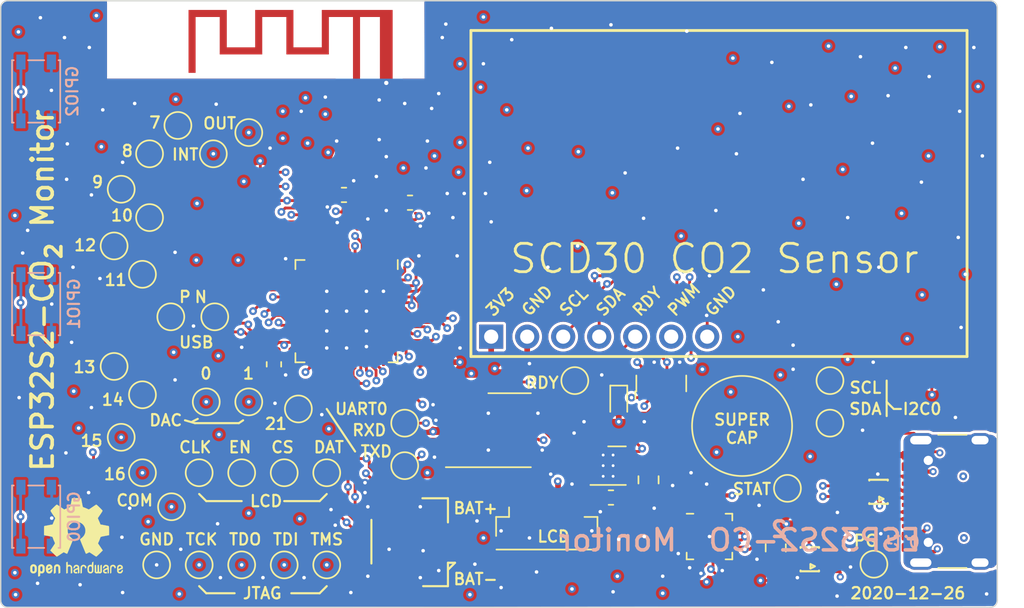
<source format=kicad_pcb>
(kicad_pcb (version 20221018) (generator pcbnew)
  (title_block (title "Sharp Memory LCD Breakout") (date "2020-12-26") (rev "r1.0"))
  (layers (0 "F.Cu" signal) (1 "In1.Cu" signal) (2 "In2.Cu" signal) (31 "B.Cu" signal) (34 "B.Paste" user) (35 "F.Paste" user) (36 "B.SilkS" user "B.Silkscreen") (37 "F.SilkS" user "F.Silkscreen") (38 "B.Mask" user) (39 "F.Mask" user) (44 "Edge.Cuts" user))
  (net 0 "")
  (net 1 "GND")
  (net 2 "Net-(AE1-Pad1)")
  (net 3 "+3V3")
  (net 4 "/V_SYS")
  (net 5 "VBUS")
  (net 6 "/VCC_SPI")
  (net 7 "Net-(C3-Pad2)")
  (net 8 "Net-(C4-Pad2)")
  (net 9 "Net-(C5-Pad2)")
  (net 10 "Net-(C13-Pad1)")
  (net 11 "Net-(C19-Pad1)")
  (net 12 "Net-(C10-Pad1)")
  (net 13 "/U0RXD")
  (net 14 "/CC1")
  (net 15 "/xD+")
  (net 16 "/xD-")
  (net 17 "/CC2")
  (net 18 "/SHIELD")
  (net 19 "/VDD3P3")
  (net 20 "Net-(L1-Pad1)")
  (net 21 "/USB_N")
  (net 22 "/iD-")
  (net 23 "/USB_P")
  (net 24 "/iD+")
  (net 25 "Net-(C16-Pad1)")
  (net 26 "/SPI_~{HLD}-IO3")
  (net 27 "/SPI_~{WP}-IO2")
  (net 28 "/SPI_~{CS}")
  (net 29 "/SPI_SCK")
  (net 30 "/SPI_CIPO-IO1")
  (net 31 "/SPI_COPI-IO0")
  (net 32 "/GPIO7")
  (net 33 "Net-(C20-Pad1)")
  (net 34 "/SBU1")
  (net 35 "/SBU2")
  (net 36 "/GPIO8")
  (net 37 "/LCD_CLK")
  (net 38 "/LCD_DAT")
  (net 39 "/LCD_CS")
  (net 40 "/LCD_COM")
  (net 41 "/LCD_EN")
  (net 42 "/CO2_PWM")
  (net 43 "/CO2_RDY")
  (net 44 "/I2C_SDA")
  (net 45 "/I2C_SCL")
  (net 46 "/BUTTON_B")
  (net 47 "/BUTTON_C")
  (net 48 "/BUTTON_A")
  (net 49 "/MTCK")
  (net 50 "/MTDO")
  (net 51 "/MTDI")
  (net 52 "/MTMS")
  (net 53 "/U0TXD")
  (net 54 "/V_BAT")
  (net 55 "/GPIO9")
  (net 56 "/GPIO10")
  (net 57 "Net-(R12-Pad2)")
  (net 58 "/GPIO11")
  (net 59 "Net-(R13-Pad2)")
  (net 60 "Net-(R14-Pad2)")
  (net 61 "/GPIO12")
  (net 62 "/GPIO13")
  (net 63 "/GPIO14")
  (net 64 "/GPIO21")
  (net 65 "/DAC0")
  (net 66 "/DAC1")
  (net 67 "/GPIO15")
  (net 68 "/GPIO16")
  (net 69 "+5V")
  (net 70 "/RAM_~{CS}")
  (net 71 "/RTC_INT")
  (net 72 "/RTC_OUT")
  (net 73 "Net-(U6-Pad14)")
  (net 74 "/CHG_STAT")
  (net 75 "/CHG_PG")
  (net 76 "Net-(L3-Pad2)")
  (net 77 "Net-(L3-Pad1)")
  (net 78 "Net-(R18-Pad2)")
  (net 79 "Net-(R19-Pad2)")
  (net 80 "no_connect_81")
  (footprint "TestPoint:TestPoint_Pad_D1.5mm" (layer "F.Cu") (at 166 81.5)
    (fp_text reference "TP31" hide)
    (fp_text value "TestPoint" hide)
  )
  (footprint "Resistor_SMD:R_0402_1005Metric" (layer "F.Cu") (at 198.1 89.8)
    (fp_text reference "R14" hide)
    (fp_text value "10k" hide)
  )
  (footprint "TestPoint:TestPoint_Pad_D1.5mm" (layer "F.Cu") (at 180 86 90)
    (fp_text reference "TP5" hide)
    (fp_text value "TestPoint" hide)
  )
  (footprint "TestPoint:TestPoint_Pad_D1.5mm" (layer "F.Cu") (at 180 83 90)
    (fp_text reference "TP6" hide)
    (fp_text value "TestPoint" hide)
  )
  (footprint "Resistor_SMD:R_0402_1005Metric" (layer "F.Cu") (at 199.4 88.1)
    (fp_text reference "R13" hide)
    (fp_text value "10k" hide)
  )
  (footprint "Resistor_SMD:R_0402_1005Metric" (layer "F.Cu") (at 191.5 86.3)
    (fp_text reference "R19" hide)
    (fp_text value "16.2k" hide)
  )
  (footprint "TestPoint:TestPoint_Pad_D1.5mm" (layer "F.Cu") (at 161.5 81)
    (fp_text reference "TP19" hide)
    (fp_text value "TestPoint" hide)
  )
  (footprint "Capacitor_SMD:C_0402_1005Metric" (layer "F.Cu") (at 176.315 69.1 180)
    (fp_text reference "C15" hide)
    (fp_text value "100n" hide)
  )
  (footprint "TestPoint:TestPoint_Pad_D1.5mm" (layer "F.Cu") (at 159.5 70.5)
    (fp_text reference "TP17" hide)
    (fp_text value "TestPoint" hide)
  )
  (footprint "Capacitor_SMD:C_0402_1005Metric" (layer "F.Cu") (at 193.4 83.4 90)
    (fp_text reference "C25" hide)
    (fp_text value "4.7uF" hide)
  )
  (footprint "Diode_SMD:D_SOD-523" (layer "F.Cu") (at 195.1 81.5 -90)
    (fp_text reference "D1" hide)
    (fp_text value "D_ALT" hide)
  )
  (footprint "Package_SON:WSON-8-1EP_6x5mm_P1.27mm_EP3.4x4mm" (layer "F.Cu") (at 185.9 83.5)
    (fp_text reference "U4" hide)
    (fp_text value "W25Q32JVZPIQ" hide)
  )
  (footprint "Capacitor_SMD:C_0402_1005Metric" (layer "F.Cu") (at 209.575001 90.6 -90)
    (fp_text reference "C6" hide)
    (fp_text value "1uF" hide)
  )
  (footprint "TestPoint:TestPoint_Pad_D1.5mm" (layer "F.Cu") (at 169 62.5)
    (fp_text reference "TP10" hide)
    (fp_text value "TestPoint" hide)
  )
  (footprint "TestPoint:TestPoint_Pad_D1.5mm" (layer "F.Cu") (at 160 66.5)
    (fp_text reference "TP14" hide)
    (fp_text value "TestPoint" hide)
  )
  (footprint "gsd-footprints:Hirose_FH33-10S-0.5SH_1x10-1MP_P0.50mm_Horizontal" (layer "F.Cu") (at 190.022 90.918)
    (fp_text reference "J2" hide)
    (fp_text value "Conn_01x10_MountingPin" hide)
  )
  (footprint "Capacitor_SMD:C_0402_1005Metric" (layer "F.Cu") (at 181.700001 71.664998 -90)
    (fp_text reference "C4" hide)
    (fp_text value "18pF" hide)
  )
  (footprint "Capacitor_SMD:C_0402_1005Metric" (layer "F.Cu") (at 201.8 88.1)
    (fp_text reference "C21" hide)
    (fp_text value "4.7uF" hide)
  )
  (footprint "Package_SON:WSON-10-1EP_2.5x2.5mm_P0.5mm_EP1.2x2mm_ThermalVias" (layer "F.Cu") (at 194.35 86)
    (fp_text reference "U7" hide)
    (fp_text value "TPS63900" hide)
  )
  (footprint "Package_SON:RTC_SMD_MicroCrystal_C3_2.5x3.7mm" (layer "F.Cu") (at 198.3 80.2 90)
    (fp_text reference "U5" hide)
    (fp_text value "RV-8803-C7" hide)
  )
  (footprint "TestPoint:TestPoint_Pad_D1.5mm" (layer "F.Cu") (at 171.5 93 90)
    (fp_text reference "TP3" hide)
    (fp_text value "TestPoint" hide)
  )
  (footprint "TestPoint:TestPoint_Pad_D1.5mm" (layer "F.Cu") (at 164 62)
    (fp_text reference "TP12" hide)
    (fp_text value "TestPoint" hide)
  )
  (footprint "Resistor_SMD:R_0402_1005Metric" (layer "F.Cu") (at 213.824999 85.85)
    (fp_text reference "R3" hide)
    (fp_text value "5k1" hide)
  )
  (footprint "Resistor_SMD:R_0402_1005Metric" (layer "F.Cu") (at 211.065002 87.2725)
    (fp_text reference "R5" hide)
    (fp_text value "22R" hide)
  )
  (footprint "TestPoint:TestPoint_Pad_D1.5mm" (layer "F.Cu") (at 165.5 86.5)
    (fp_text reference "TP27" hide)
    (fp_text value "TestPoint" hide)
  )
  (footprint "Resistor_SMD:R_0402_1005Metric" (layer "F.Cu") (at 191.95 84.85 -90)
    (fp_text reference "R18" hide)
    (fp_text value "36.5k" hide)
  )
  (footprint "Capacitor_SMD:C_0402_1005Metric" (layer "F.Cu") (at 208.575001 90.6 -90)
    (fp_text reference "C5" hide)
    (fp_text value "6.8pF" hide)
  )
  (footprint "TestPoint:TestPoint_Pad_D1.5mm" (layer "F.Cu") (at 168.5 86.5)
    (fp_text reference "TP23" hide)
    (fp_text value "TestPoint" hide)
  )
  (footprint "Resistor_SMD:R_0402_1005Metric" (layer "F.Cu") (at 158.05 86.3 -90)
    (fp_text reference "R17" hide)
    (fp_text value "100R" hide)
  )
  (footprint "Resistor_SMD:R_0402_1005Metric" (layer "F.Cu") (at 199.1 85.2)
    (fp_text reference "R11" hide)
    (fp_text value "100R" hide)
  )
  (footprint "Capacitor_SMD:C_0402_1005Metric" (layer "F.Cu") (at 195.1 89.45 180)
    (fp_text reference "C23" hide)
    (fp_text value "2.2uF" hide)
  )
  (footprint "Battery:BatteryHolder_Seiko_MS621F" (layer "F.Cu") (at 198.8 83.2 180)
    (fp_text reference "C16" hide)
    (fp_text value "CP1" hide)
  )
  (footprint "Capacitor_SMD:C_0402_1005Metric" (layer "F.Cu") (at 187.6 79.4)
    (fp_text reference "C17" hide)
    (fp_text value "2.2uF" hide)
  )
  (footprint "Package_DFN_QFN:QFN-56-1EP_7x7mm_P0.4mm_EP5.6x5.6mm" (layer "F.Cu") (at 175.900001 75.100001 -90)
    (fp_text reference "U3" hide)
    (fp_text value "ESP32-S2" hide)
  )
  (footprint "TestPoint:TestPoint_Pad_D1.5mm" (layer "F.Cu") (at 169 81.5)
    (fp_text reference "TP32" hide)
    (fp_text value "TestPoint" hide)
  )
  (footprint "Resistor_SMD:R_0402_1005Metric" (layer "F.Cu") (at 170.315 66.3 180)
    (fp_text reference "R8" hide)
    (fp_text value "10k" hide)
  )
  (footprint "led-clock:SOT-666" (layer "F.Cu") (at 208.575001 92.600001 180)
    (fp_text reference "U2" hide)
    (fp_text value "TLV62569DRL" hide)
  )
  (footprint "Symbol:KiCad-Logo2_5mm_SilkScreen" (layer "F.Cu") (at 194.3 59.4)
    (fp_text reference "REF**" hide)
    (fp_text value "KiCad-Logo2_5mm_SilkScreen" hide)
  )
  (footprint "TestPoint:TestPoint_Pad_D1.5mm" (layer "F.Cu") (at 192 80)
    (fp_text reference "TP30" hide)
    (fp_text value "TestPoint" hide)
  )
  (footprint "TestPoint:TestPoint_Pad_D1.5mm" (layer "F.Cu") (at 174.5 86.5)
    (fp_text reference "TP25" hide)
    (fp_text value "TestPoint" hide)
  )
  (footprint "Inductor_SMD:L_0402_1005Metric" (layer "F.Cu") (at 176.315 68.1)
    (fp_text reference "FB2" hide)
    (fp_text value "240R" hide)
  )
  (footprint "TestPoint:TestPoint_Pad_D1.5mm" (layer "F.Cu") (at 210 83)
    (fp_text reference "TP8" hide)
    (fp_text value "TestPoint" hide)
  )
  (footprint "TestPoint:TestPoint_Pad_D1.5mm" (layer "F.Cu") (at 162 64)
    (fp_text reference "TP13" hide)
    (fp_text value "TestPoint" hide)
  )
  (footprint "Capacitor_SMD:C_0402_1005Metric" (layer "F.Cu") (at 182.875001 71.664999 -90)
    (fp_text reference "C3" hide)
    (fp_text value "18pF" hide)
  )
  (footprint "Resistor_SMD:R_0402_1005Metric" (layer "F.Cu") (at 211.065001 88.2725)
    (fp_text reference "R4" hide)
    (fp_text value "22R" hide)
  )
  (footprint "gsd-footprints:BM02B-GHS-TBT" (layer "F.Cu") (at 182.6 91.4 -90)
    (fp_text reference "J4" hide)
    (fp_text value "JST" hide)
  )
  (footprint "Resistor_SMD:R_0402_1005Metric" (layer "F.Cu") (at 170.3 65.3 180)
    (fp_text reference "R10" hide)
    (fp_text value "10k" hide)
  )
  (footprint "Capacitor_SMD:C_0402_1005Metric" (layer "F.Cu") (at 179.775001 69.649999)
    (fp_text reference "C13" hide)
    (fp_text value "100n" hide)
  )
  (footprint "Capacitor_SMD:C_0402_1005Metric" (layer "F.Cu") (at 190.100001 82.15 -90)
    (fp_text reference "C2" hide)
    (fp_text value "2.2uF" hide)
  )
  (footprint "led-clock:Crystal_SMD_4Pin_2.0x1.6mm" (layer "F.Cu") (at 182.250001 73.914998)
    (fp_text reference "Y1" hide)
    (fp_text value "40MHz" hide)
  )
  (footprint "Resistor_SMD:R_0402_1005Metric" (layer "F.Cu") (at 216.7 80.2)
    (fp_text reference "R16" hide)
    (fp_text value "10k" hide)
  )
  (footprint "TestPoint:TestPoint_Pad_D1.5mm" (layer "F.Cu") (at 165.5 93 90)
    (fp_text reference "TP1" hide)
    (fp_text value "TestPoint" hide)
  )
  (footprint "Capacitor_SMD:C_0402_1005Metric" (layer "F.Cu") (at 181.575001 77.7)
    (fp_text reference "C9" hide)
    (fp_text value "100n" hide)
  )
  (footprint "Capacitor_SMD:C_0402_1005Metric" (layer "F.Cu") (at 206.475001 94.1)
    (fp_text reference "C7" hide)
    (fp_text value "2.2uF" hide)
  )
  (footprint "TestPoint:TestPoint_Pad_D1.5mm" (layer "F.Cu") (at 166.5 64)
    (fp_text reference "TP11" hide)
    (fp_text value "TestPoint" hide)
  )
  (footprint "TestPoint:TestPoint_Pad_D1.5mm" (layer "F.Cu") (at 174.5 93 90)
    (fp_text reference "TP4" hide)
    (fp_text value "TestPoint" hide)
  )
  (footprint "Capacitor_SMD:C_0402_1005Metric" (layer "F.Cu") (at 198.1 91)
    (fp_text reference "C22" hide)
    (fp_text value "4.7uF" hide)
  )
  (footprint "TestPoint:TestPoint_Pad_D1.5mm" (layer "F.Cu") (at 163.55 88.9)
    (fp_text reference "TP26" hide)
    (fp_text value "TestPoint" hide)
  )
  (footprint "pkl_connectors:USB_C_Receptacle_HRO_TYPE-C-31-M-12" (layer "F.Cu") (at 219.535999 88.52 90)
    (fp_text reference "J1" hide)
    (fp_text value "USB_C" hide)
  )
  (footprint "TestPoint:TestPoint_Pad_D1.5mm" (layer "F.Cu") (at 168.5 93 90)
    (fp_text reference "TP2" hide)
    (fp_text value "TestPoint" hide)
  )
  (footprint "Capacitor_SMD:C_0402_1005Metric" (layer "F.Cu") (at 195.1 79.6 180)
    (fp_text reference "C20" hide)
    (fp_text value "100n" hide)
  )
  (footprint "TestPoint:TestPoint_Pad_D1.5mm" (layer "F.Cu") (at 213.1 92.95)
    (fp_text reference "TP28" hide)
    (fp_text value "TestPoint" hide)
  )
  (footprint "Capacitor_SMD:C_0603_1608Metric" (layer "F.Cu") (at 194.55 88.25 180)
    (fp_text reference "C24" hide)
    (fp_text value "22uF" hide)
  )
  (footprint "Resistor_SMD:R_0402_1005Metric" (layer "F.Cu") (at 216.7 79.2)
    (fp_text reference "R15" hide)
    (fp_text value "10k" hide)
  )
  (footprint "Connector_PinHeader_2.54mm:PinHeader_1x07_P2.54mm_Vertical" (layer "F.Cu") (at 186.1 76.9 90)
    (fp_text reference "J3" hide)
    (fp_text value "Conn_01x07_Male" hide)
  )
  (footprint "Capacitor_SMD:C_0402_1005Metric" (layer "F.Cu") (at 177.099999 60.2)
    (fp_text reference "C11" hide)
    (fp_text value "TBD" hide)
  )
  (footprint "Resistor_SMD:R_0402_1005Metric" (layer "F.Cu") (at 214.280999 84.202 90)
    (fp_text reference "R1" hide)
    (fp_text value "1M" hide)
  )
  (footprint "led-clock:SOT-666" (layer "F.Cu") (at 213.424999 87.845001 180)
    (fp_text reference "U1" hide)
    (fp_text value "USBLC6-2" hide)
  )
  (footprint "Capacitor_SMD:C_0603_1608Metric" (layer "F.Cu") (at 180.375001 67.449999)
    (fp_text reference "C8" hide)
    (fp_text value "10u" hide)
  )
  (footprint "Resistor_SMD:R_0402_1005Metric" (layer "F.Cu") (at 204.3 89.3 -90)
    (fp_text reference "R12" hide)
    (fp_text value "10k" hide)
  )
  (footprint "Inductor_SMD:L_0402_1005Metric" (layer "F.Cu") (at 176.599999 61.6 90)
    (fp_text reference "L2" hide)
    (fp_text value "TBD" hide)
  )
  (footprint "TestPoint:TestPoint_Pad_D1.5mm" (layer "F.Cu") (at 163.5 75.5)
    (fp_text reference "TP21" hide)
    (fp_text value "TestPoint" hide)
  )
  (footprint "Resistor_SMD:R_0402_1005Metric" (layer "F.Cu") (at 170.3 67.3 180)
    (fp_text reference "R9" hide)
    (fp_text value "10k" hide)
  )
  (footprint "TestPoint:TestPoint_Pad_D1.5mm" (layer "F.Cu") (at 160 84)
    (fp_text reference "TP33" hide)
    (fp_text value "TestPoint" hide)
  )
  (footprint "TestPoint:TestPoint_Pad_D1.5mm" (layer "F.Cu") (at 210 80)
    (fp_text reference "TP9" hide)
    (fp_text value "TestPoint" hide)
  )
  (footprint "Capacitor_SMD:C_0603_1608Metric" (layer "F.Cu") (at 170.775001 78.849999 -90)
    (fp_text reference "C19" hide)
    (fp_text value "10u" hide)
  )
  (footprint "Symbol:OSHW-Logo2_7.3x6mm_SilkScreen" (layer "F.Cu") (at 156.85 91.05)
    (fp_text reference "REF**" hide)
    (fp_text value "OSHW-Logo2_7.3x6mm_SilkScreen" hide)
  )
  (footprint "TestPoint:TestPoint_Pad_D1.5mm" (layer "F.Cu") (at 159.5 79)
    (fp_text reference "TP18" hide)
    (fp_text value "TestPoint" hide)
  )
  (footprint "Capacitor_SMD:C_0603_1608Metric" (layer "F.Cu") (at 175.715 66.9 180)
    (fp_text reference "C14" hide)
    (fp_text value "10u" hide)
  )
  (footprint "Symbol:KiCad-Logo2_5mm_Copper" (layer "F.Cu") (at 194.3 59.4)
    (fp_text reference "REF**" hide)
    (fp_text value "KiCad-Logo2_5mm_Copper" hide)
  )
  (footprint "Capacitor_SMD:C_0402_1005Metric" (layer "F.Cu") (at 177.099999 63)
    (fp_text reference "C10" hide)
    (fp_text value "TBD" hide)
  )
  (footprint "Resistor_SMD:R_0402_1005Metric" (layer "F.Cu") (at 207.575002 90.6 90)
    (fp_text reference "R6" hide)
    (fp_text value "210k" hide)
  )
  (footprint "Capacitor_SMD:C_0402_1005Metric" (layer "F.Cu") (at 210.575001 90.6 90)
    (fp_text reference "C1" hide)
    (fp_text value "4.7uF" hide)
  )
  (footprint "TestPoint:TestPoint_Pad_D1.5mm" (layer "F.Cu") (at 166.6 75.5)
    (fp_text reference "TP20" hide)
    (fp_text value "TestPoint" hide)
  )
  (footprint "gsd_logo_small" (layer "F.Cu") (at 219.6 81)
    (fp_text reference "G***" hide)
    (fp_text value "LOGO" hide)
  )
  (footprint "TestPoint:TestPoint_Pad_D1.5mm" (layer "F.Cu") (at 171.5 86.5)
    (fp_text reference "TP24" hide)
    (fp_text value "TestPoint" hide)
  )
  (footprint "Capacitor_SMD:C_0402_1005Metric" (layer "F.Cu") (at 191.3 88)
    (fp_text reference "C18" hide)
    (fp_text value "2.2uF" hide)
  )
  (footprint "Capacitor_SMD:C_0402_1005Metric" (layer "F.Cu") (at 183.175001 78.2 90)
    (fp_text reference "C12" hide)
    (fp_text value "100n" hide)
  )
  (footprint "TestPoint:TestPoint_Pad_D1.5mm" (layer "F.Cu") (at 207 87.6)
    (fp_text reference "TP29" hide)
    (fp_text value "TestPoint" hide)
  )
  (footprint "TestPoint:TestPoint_Pad_D1.5mm" (layer "F.Cu") (at 161.5 86.5)
    (fp_text reference "TP34" hide)
    (fp_text value "TestPoint" hide)
  )
  (footprint "Package_DFN_QFN:VQFN-16-1EP_3x3mm_P0.5mm_EP1.6x1.6mm" (layer "F.Cu") (at 201.5 91)
    (fp_text reference "U6" hide)
    (fp_text value "BQ24072RGT" hide)
  )
  (footprint "TestPoint:TestPoint_Pad_D1.5mm" (layer "F.Cu") (at 162.5 93 90)
    (fp_text reference "TP7" hide)
    (fp_text value "TestPoint" hide)
  )
  (footprint "Inductor_SMD:L_0402_1005Metric" (layer "F.Cu") (at 179.775001 68.649999 180)
    (fp_text reference "FB3" hide)
    (fp_text value "240R" hide)
  )
  (footprint "TestPoint:TestPoint_Pad_D1.5mm" (layer "F.Cu") (at 162 68.5)
    (fp_text reference "TP15" hide)
    (fp_text value "TestPoint" hide)
  )
  (footprint "TestPoint:TestPoint_Pad_D1.5mm" (layer "F.Cu") (at 161.5 72.5)
    (fp_text reference "TP16" hide)
    (fp_text value "TestPoint" hide)
  )
  (footprint "Inductor_SMD:L_0805_2012Metric" (layer "F.Cu") (at 197.2 87 -90)
    (fp_text reference "L3" hide)
    (fp_text value "2.2uH" hide)
  )
  (footprint "TestPoint:TestPoint_Pad_D1.5mm" (layer "F.Cu") (at 172.5 82)
    (fp_text reference "TP22" hide)
    (fp_text value "TestPoint" hide)
  )
  (footprint "RF_Antenna:Texas_SWRA117D_2.4GHz_Left" (layer "F.Cu") (at 176.6 59)
    (fp_text reference "AE1" hide)
    (fp_text value "Antenna" hide)
  )
  (footprint "Inductor_SMD:L_0402_1005Metric" (layer "F.Cu") (at 181.575001 78.7 180)
    (fp_text reference "FB1" hide)
    (fp_text value "240R" hide)
  )
  (footprint "Resistor_SMD:R_0402_1005Metric" (layer "F.Cu") (at 210.475001 92.8 -90)
    (fp_text reference "R7" hide)
    (fp_text value "47k" hide)
  )
  (footprint "Inductor_SMD:L_0805_2012Metric" (layer "F.Cu") (at 206.175001 91.8 90)
    (fp_text reference "L1" hide)
    (fp_text value "2.2uH" hide)
  )
  (footprint "Resistor_SMD:R_0402_1005Metric" (layer "F.Cu") (at 214.324999 90.195 90)
    (fp_text reference "R2" hide)
    (fp_text value "5k1" hide)
  )
  (footprint "Button_Switch_SMD:SW_SPST_PTS810" (layer "B.Cu") (at 154 59.6 90)
    (fp_text reference "SW3" hide)
    (fp_text value "SW_Push" hide)
  )
  (footprint "Button_Switch_SMD:SW_SPST_PTS810" (layer "B.Cu") (at 154 74.6 90)
    (fp_text reference "SW2" hide)
    (fp_text value "SW_Push" hide)
  )
  (footprint "Button_Switch_SMD:SW_SPST_PTS810" (layer "B.Cu") (at 154 89.6 90)
    (fp_text reference "SW1" hide)
    (fp_text value "SW_Push" hide)
  )
  (gr_line (start 165 82.9) (end 165.4 82.7) (stroke (width 0.15)) (layer "F.SilkS"))
  (gr_line (start 166 95) (end 165.5 94.5) (stroke (width 0.15)) (layer "F.SilkS"))
  (gr_line (start 174.5 82) (end 176.5 85) (stroke (width 0.15)) (layer "F.SilkS"))
  (gr_line (start 174 95) (end 174.5 94.5) (stroke (width 0.15)) (layer "F.SilkS"))
  (gr_line (start 168 95) (end 166 95) (stroke (width 0.15)) (layer "F.SilkS"))
  (gr_line (start 166 88.5) (end 165.5 88) (stroke (width 0.15)) (layer "F.SilkS"))
  (gr_line (start 214 81.5) (end 214 80) (stroke (width 0.15)) (layer "F.SilkS"))
  (gr_line (start 168.5 88.5) (end 166 88.5) (stroke (width 0.15)) (layer "F.SilkS"))
  (gr_line (start 174 88.5) (end 174.5 88) (stroke (width 0.15)) (layer "F.SilkS"))
  (gr_line (start 215 82) (end 214.5 82) (stroke (width 0.15)) (layer "F.SilkS"))
  (gr_line (start 172 95) (end 174 95) (stroke (width 0.15)) (layer "F.SilkS"))
  (gr_line (start 171.5 88.5) (end 174 88.5) (stroke (width 0.15)) (layer "F.SilkS"))
  (gr_line (start 164.5 82.8) (end 165.2 83) (stroke (width 0.15)) (layer "F.SilkS"))
  (gr_line (start 214 81.5) (end 214 82.5) (stroke (width 0.15)) (layer "F.SilkS"))
  (gr_line (start 165.2 83) (end 168.3 83) (stroke (width 0.15)) (layer "F.SilkS"))
  (gr_line (start 168.3 83) (end 168.6 82.8) (stroke (width 0.15)) (layer "F.SilkS"))
  (gr_line (start 214.5 82) (end 214 81.5) (stroke (width 0.15)) (layer "F.SilkS"))
  (gr_line (start 221.8 95.5) (end 221.8 53.7) (stroke (width 0.1)) (layer "Edge.Cuts"))
  (gr_arc (start 221.300001 53.199999) (mid 221.653554 53.346446) (end 221.8 53.7) (stroke (width 0.1)) (layer "Edge.Cuts"))
  (gr_line (start 221.3 53.2) (end 152 53.2) (stroke (width 0.1)) (layer "Edge.Cuts"))
  (gr_arc (start 152.000001 96.000001) (mid 151.646448 95.853554) (end 151.500001 95.500001) (stroke (width 0.1)) (layer "Edge.Cuts"))
  (gr_line (start 151.499999 53.699999) (end 151.500001 95.500001) (stroke (width 0.1)) (layer "Edge.Cuts"))
  (gr_arc (start 151.499999 53.699999) (mid 151.646446 53.346446) (end 152 53.2) (stroke (width 0.1)) (layer "Edge.Cuts"))
  (gr_line (start 152.000001 96.000001) (end 221.3 96) (stroke (width 0.1)) (layer "Edge.Cuts"))
  (gr_arc (start 221.800001 95.500001) (mid 221.653554 95.853554) (end 221.3 96) (stroke (width 0.1)) (layer "Edge.Cuts"))
  (gr_text "GPIO0" (at 156.6695 87.719048 90) (layer "B.SilkS") (effects (font (size 0.8 0.8)) (justify left mirror)))
  (gr_text "ESP32S2-CO  Monitor" (at 216.55 91.259) (layer "B.SilkS") (effects (font (size 1.5 1.5) (thickness 0.25)) (justify left mirror)))
  (gr_text "GPIO2" (at 156.55 57.7 90) (layer "B.SilkS") (effects (font (size 0.8 0.8)) (justify left mirror)))
  (gr_text "2" (at 207.097619 90.493) (layer "B.SilkS") (effects (font (size 1.1 1.1) (thickness 0.25)) (justify left mirror)))
  (gr_text "r1.0" (at 215.124999 91.32 180) (layer "B.SilkS") (effects (font (size 0.8 0.8)) (justify mirror)))
  (gr_text "GPIO1" (at 156.6695 72.7 90) (layer "B.SilkS") (effects (font (size 0.8 0.8)) (justify left mirror)))
  (gr_text "USB" (at 164 77.3) (layer "F.SilkS") (effects (font (size 0.8 0.8)) (justify left)))
  (gr_text "INT" (at 163.5 64.05) (layer "F.SilkS") (effects (font (size 0.8 0.8)) (justify left)))
  (gr_text "2020-12-26" (at 215.5 95) (layer "F.SilkS") (effects (font (size 0.8 0.8))))
  (gr_text "CLK" (at 164 84.7) (layer "F.SilkS") (effects (font (size 0.8 0.8)) (justify left)))
  (gr_text "DAC" (at 161.9 82.8) (layer "F.SilkS") (effects (font (size 0.8 0.8)) (justify left)))
  (gr_text "BAT+" (at 185 89) (layer "F.SilkS") (effects (font (size 0.8 0.8))))
  (gr_text "LCD" (at 169 88.5) (layer "F.SilkS") (effects (font (size 0.8 0.8)) (justify left)))
  (gr_text "SCL" (at 212.5 80.5) (layer "F.SilkS") (effects (font (size 0.8 0.8))))
  (gr_text "9" (at 157.85 66) (layer "F.SilkS") (effects (font (size 0.8 0.8)) (justify left)))
  (gr_text "GND" (at 202.299995 74.369188 45) (layer "F.SilkS") (effects (font (size 0.8 0.8))))
  (gr_text "16" (at 158.7 86.6) (layer "F.SilkS") (effects (font (size 0.8 0.8)) (justify left)))
  (gr_text "TXD" (at 178 85) (layer "F.SilkS") (effects (font (size 0.8 0.8))))
  (gr_text "PG" (at 212.5 91.3) (layer "F.SilkS") (effects (font (size 0.8 0.8))))
  (gr_text "TDO" (at 168.747619 91.2) (layer "F.SilkS") (effects (font (size 0.8 0.8))))
  (gr_text "SDA" (at 194.524997 74.436532 45) (layer "F.SilkS") (effects (font (size 0.8 0.8))))
  (gr_text "TCK" (at 165.671429 91.2) (layer "F.SilkS") (effects (font (size 0.8 0.8))))
  (gr_text "BAT-" (at 185 94) (layer "F.SilkS") (effects (font (size 0.8 0.8))))
  (gr_text "15" (at 157.05 84.25) (layer "F.SilkS") (effects (font (size 0.8 0.8)) (justify left)))
  (gr_text "CS" (at 170.5 84.7) (layer "F.SilkS") (effects (font (size 0.8 0.8)) (justify left)))
  (gr_text "2" (at 155.25 71.55 90) (layer "F.SilkS") (effects (font (size 1.1 1.1) (thickness 0.25)) (justify left)))
  (gr_text "0" (at 165.5 79.5) (layer "F.SilkS") (effects (font (size 0.8 0.8)) (justify left)))
  (gr_text "P" (at 164 74.1) (layer "F.SilkS") (effects (font (size 0.8 0.8)) (justify left)))
  (gr_text "SCD30 CO2 Sensor" (at 201.85 71.4) (layer "F.SilkS") (effects (font (size 2 2) (thickness 0.2))))
  (gr_text "SDA" (at 212.5 82) (layer "F.SilkS") (effects (font (size 0.8 0.8))))
  (gr_text "OUT" (at 165.7 61.85) (layer "F.SilkS") (effects (font (size 0.8 0.8)) (justify left)))
  (gr_text "STAT" (at 204.5 87.65) (layer "F.SilkS") (effects (font (size 0.8 0.8))))
  (gr_text "TMS" (at 174.5 91.2) (layer "F.SilkS") (effects (font (size 0.8 0.8))))
  (gr_text "ESP32S2-CO  Monitor" (at 154.45 86.55 90) (layer "F.SilkS") (effects (font (size 1.5 1.5) (thickness 0.25)) (justify left)))
  (gr_text "14" (at 158.55 81.35) (layer "F.SilkS") (effects (font (size 0.8 0.8)) (justify left)))
  (gr_text "N" (at 165.1 74.1) (layer "F.SilkS") (effects (font (size 0.8 0.8)) (justify left)))
  (gr_text "11" (at 158.75 72.9) (layer "F.SilkS") (effects (font (size 0.8 0.8)) (justify left)))
  (gr_text "DAT" (at 173.5 84.7) (layer "F.SilkS") (effects (font (size 0.8 0.8)) (justify left)))
  (gr_text "SCL" (at 191.933332 74.45 45) (layer "F.SilkS") (effects (font (size 0.8 0.8))))
  (gr_text "LCD" (at 190.5 91) (layer "F.SilkS") (effects (font (size 0.8 0.8))))
  (gr_text "12" (at 156.6 70.45) (layer "F.SilkS") (effects (font (size 0.8 0.8)) (justify left)))
  (gr_text "RDY" (at 197.116664 74.423063 45) (layer "F.SilkS") (effects (font (size 0.8 0.8))))
  (gr_text "10" (at 159.2 68.35) (layer "F.SilkS") (effects (font (size 0.8 0.8)) (justify left)))
  (gr_text "7" (at 161.9 61.8) (layer "F.SilkS") (effects (font (size 0.8 0.8)) (justify left)))
  (gr_text "JTAG" (at 168.5 95) (layer "F.SilkS") (effects (font (size 0.8 0.8)) (justify left)))
  (gr_text "COM" (at 160.95 88.45) (layer "F.SilkS") (effects (font (size 0.8 0.8))))
  (gr_text "GND" (at 189.341665 74.369188 45) (layer "F.SilkS") (effects (font (size 0.8 0.8))))
  (gr_text "RXD" (at 177.5 83.5) (layer "F.SilkS") (effects (font (size 0.8 0.8))))
  (gr_text "8" (at 159.95 63.8) (layer "F.SilkS") (effects (font (size 0.8 0.8)) (justify left)))
  (gr_text "GND" (at 162.5 91.2) (layer "F.SilkS") (effects (font (size 0.8 0.8))))
  (gr_text "3V3" (at 186.75 74.45 45) (layer "F.SilkS") (effects (font (size 0.8 0.8))))
  (gr_text "13" (at 156.55 79.05) (layer "F.SilkS") (effects (font (size 0.8 0.8)) (justify left)))
  (gr_text "SUPER\nCAP" (at 203.8 83.4) (layer "F.SilkS") (effects (font (size 0.8 0.8))))
  (gr_text "EN" (at 167.5 84.7) (layer "F.SilkS") (effects (font (size 0.8 0.8)) (justify left)))
  (gr_text "TDI" (at 171.614286 91.2) (layer "F.SilkS") (effects (font (size 0.8 0.8))))
  (gr_text "UART0\n" (at 175 82) (layer "F.SilkS") (effects (font (size 0.8 0.8)) (justify left)))
  (gr_text "RDY" (at 189.7 80.15) (layer "F.SilkS") (effects (font (size 0.8 0.8))))
  (gr_text "21" (at 170.05 83.05) (layer "F.SilkS") (effects (font (size 0.8 0.8)) (justify left)))
  (gr_text "I2C0" (at 216.5 82) (layer "F.SilkS") (effects (font (size 0.8 0.8))))
  (gr_text "PWM" (at 199.708329 74.301845 45) (layer "F.SilkS") (effects (font (size 0.8 0.8))))
  (gr_text "1" (at 168.5 79.5) (layer "F.SilkS") (effects (font (size 0.8 0.8)) (justify left)))
  (segment (start 216.524999 92.07) (end 217.374999 92.069999) (width 0.25) (layer "F.Cu") (net 1))
  (segment (start 182.855 71.2) (end 182.875001 71.179999) (width 0.2) (layer "F.Cu") (net 1))
  (segment (start 199.45 91.75) (end 199.3 91.9) (width 0.2) (layer "F.Cu") (net 1))
  (segment (start 208.625 93.1) (end 208.625 93.25) (width 0.2) (layer "F.Cu") (net 1))
  (segment (start 181.020002 71.179998) (end 181 71.2) (width 0.2) (layer "F.Cu") (net 1))
  (segment (start 174.9275 67.3625) (end 174.539999 67.750001) (width 0.2) (layer "F.Cu") (net 1))
  (segment (start 182.750001 73.264998) (end 182.750001 72.850001) (width 0.2) (layer "F.Cu") (net 1))
  (segment (start 191.785 88.315) (end 191.785 88) (width 0.2) (layer "F.Cu") (net 1))
  (segment (start 182.3 73.714999) (end 182.750001 73.264998) (width 0.2) (layer "F.Cu") (net 1))
  (segment (start 204.3 88.815) (end 204.985 88.815) (width 0.2) (layer "F.Cu") (net 1))
  (segment (start 190.6 86.3) (end 190.3 86.6) (width 0.2) (layer "F.Cu") (net 1))
  (segment (start 214.416999 84.686999) (end 214.868999 85.139) (width 0.2) (layer "F.Cu") (net 1))
  (segment (start 182.3 71.2) (end 181.720003 71.2) (width 0.2) (layer "F.Cu") (net 1))
  (segment (start 192.272 89.318) (end 192.272 88.772) (width 0.2) (layer "F.Cu") (net 1))
  (segment (start 200.75 92.75) (end 200.3 93.2) (width 0.2) (layer "F.Cu") (net 1))
  (segment (start 191.772 89.318) (end 191.772 88.672) (width 0.2) (layer "F.Cu") (net 1))
  (segment (start 186.847 90.647) (end 186.8 90.6) (width 0.4) (layer "F.Cu") (net 1))
  (segment (start 181.750001 74.449999) (end 182.3 73.9) (width 0.2) (layer "F.Cu") (net 1))
  (segment (start 191.772 88.672) (end 191.6 88.5) (width 0.2) (layer "F.Cu") (net 1))
  (segment (start 201.25 89.5625) (end 201.25 88.75) (width 0.2) (layer "F.Cu") (net 1))
  (segment (start 202.25 92.4375) (end 202.25 93.25) (width 0.2) (layer "F.Cu") (net 1))
  (segment (start 182.6 92.025) (end 181.325 92.025) (width 0.2) (layer "F.Cu") (net 1))
  (segment (start 181.162501 67.449999) (end 181.162501 67.656949) (width 0.2) (layer "F.Cu") (net 1))
  (segment (start 181.162501 67.656949) (end 181.7 68.194448) (width 0.2) (layer "F.Cu") (net 1))
  (segment (start 189.735 82.635) (end 189.4 82.3) (width 0.4) (layer "F.Cu") (net 1))
  (segment (start 201 93.5) (end 200.9 93.6) (width 0.2) (layer "F.Cu") (net 1))
  (segment (start 177.875 88.925) (end 177.425 88.925) (width 0.4) (layer "F.Cu") (net 1))
  (segment (start 181.720003 71.2) (end 181.700001 71.179998) (width 0.2) (layer "F.Cu") (net 1))
  (segment (start 191.272 88.828) (end 191.6 88.5) (width 0.2) (layer "F.Cu") (net 1))
  (segment (start 194.615 79.6) (end 193.9 79.6) (width 0.4) (layer "F.Cu") (net 1))
  (segment (start 183.0375 85.405) (end 182.105 85.405) (width 0.4) (layer "F.Cu") (net 1))
  (segment (start 178.189999 62.989999) (end 178.2 63) (width 0.15) (layer "F.Cu") (net 1))
  (segment (start 200.3 93.2) (end 200.1 93.2) (width 0.2) (layer "F.Cu") (net 1))
  (segment (start 216.499998 85.020001) (end 217.674999 85.02) (width 0.2) (layer "F.Cu") (net 1))
  (segment (start 213.949999 87.845) (end 213.374999 87.27) (width 0.3) (layer "F.Cu") (net 1))
  (segment (start 182.105 85.405) (end 182.1 85.4) (width 0.4) (layer "F.Cu") (net 1))
  (segment (start 197.615 91) (end 196.9 91) (width 0.2) (layer "F.Cu") (net 1))
  (segment (start 215.690999 85.27) (end 214.863999 85.27) (width 0.4) (layer "F.Cu") (net 1))
  (segment (start 191.6 88.5) (end 191.785 88.315) (width 0.2) (layer "F.Cu") (net 1))
  (segment (start 188.8 79.2) (end 188.6 79.4) (width 0.4) (layer "F.Cu") (net 1))
  (segment (start 183.679999 71.179999) (end 183.7 71.2) (width 0.2) (layer "F.Cu") (net 1))
  (segment (start 202.25 93.25) (end 202.4 93.4) (width 0.2) (layer "F.Cu") (net 1))
  (segment (start 177.575 60.209999) (end 178.190001 60.209999) (width 0.15) (layer "F.Cu") (net 1))
  (segment (start 188.64 76.9) (end 188.64 78.64) (width 0.4) (layer "F.Cu") (net 1))
  (segment (start 193.197 91.393) (end 193.197 90.603) (width 0.4) (layer "F.Cu") (net 1))
  (segment (start 178.190001 60.209999) (end 178.2 60.2) (width 0.15) (layer "F.Cu") (net 1))
  (segment (start 181.075 88.925) (end 181.1 88.9) (width 0.4) (layer "F.Cu") (net 1))
  (segment (start 175.489998 69.1) (end 175.239999 68.850001) (width 0.2) (layer "F.Cu") (net 1))
  (segment (start 191.272 89.318) (end 191.272 88.828) (width 0.2) (layer "F.Cu") (net 1))
  (segment (start 181.325 92.025) (end 181.3 92) (width 0.2) (layer "F.Cu") (net 1))
  (segment (start 200.75 92.4375) (end 200.75 92.75) (width 0.2) (layer "F.Cu") (net 1))
  (segment (start 200.0625 91.75) (end 199.45 91.75) (width 0.2) (layer "F.Cu") (net 1))
  (segment (start 216.224999 91.77) (end 216.524999 92.07) (width 0.25) (layer "F.Cu") (net 1))
  (segment (start 213.374999 87.27) (end 213.374999 86.595) (width 0.3) (layer "F.Cu") (net 1))
  (segment (start 210.575001 89.7) (end 210.525 89.649999) (width 0.5) (layer "F.Cu") (net 1))
  (segment (start 204.985 88.815) (end 205 88.8) (width 0.2) (layer "F.Cu") (net 1))
  (segment (start 207.500001 94.1) (end 207.700001 93.9) (width 0.5) (layer "F.Cu") (net 1))
  (segment (start 183.160001 77.7) (end 183.175001 77.715) (width 0.2) (layer "F.Cu") (net 1))
  (segment (start 181.700001 71.179998) (end 181.020002 71.179998) (width 0.2) (layer "F.Cu") (net 1))
  (segment (start 192.272 88.772) (end 192.172 88.672) (width 0.2) (layer "F.Cu") (net 1))
  (segment (start 191.015 86.3) (end 190.6 86.3) (width 0.2) (layer "F.Cu") (net 1))
  (segment (start 209.882501 90.8075) (end 210.282501 90.4075) (width 0.2) (layer "F.Cu") (net 1))
  (segment (start 186.847 91.393) (end 186.847 90.647) (width 0.4) (layer "F.Cu") (net 1))
  (segment (start 198.8 82.45) (end 197.75 82.45) (width 0.2) (layer "F.Cu") (net 1))
  (segment (start 174.9275 66.9) (end 174.9275 67.3625) (width 0.2) (layer "F.Cu") (net 1))
  (segment (start 179.25 93.875) (end 177.475 93.875) (width 0.4) (layer "F.Cu") (net 1))
  (segment (start 171.562501 79.637499) (end 171.6 79.6) (width 0.2) (layer "F.Cu") (net 1))
  (segment (start 217.374999 92.069999) (end 217.574998 91.87) (width 0.25) (layer "F.Cu") (net 1))
  (segment (start 201.25 92.95) (end 201 93.2) (width 0.2) (layer "F.Cu") (net 1))
  (segment (start 197.6 79.6) (end 197.6 78.7) (width 0.2) (layer "F.Cu") (net 1))
  (segment (start 201.315 88.685) (end 201.315 88.1) (width 0.2) (layer "F.Cu") (net 1))
  (segment (start 193.7625 89.2125) (end 193.8 89.25) (width 0.2) (layer "F.Cu") (net 1))
  (segment (start 198.915 88.1) (end 198.915 87.415) (width 0.2) (layer "F.Cu") (net 1))
  (segment (start 177.475 93.875) (end 177.4 93.8) (width 0.4) (layer "F.Cu") (net 1))
  (segment (start 182.750001 72.850001) (end 182.3 72.4) (width 0.2) (layer "F.Cu") (net 1))
  (segment (start 215.690999 91.77) (end 216.224999 91.77) (width 0.25) (layer "F.Cu") (net 1))
  (segment (start 201.315 88.1) (end 201.315 87.315) (width 0.2) (layer "F.Cu") (net 1))
  (segment (start 181.075 93.875) (end 181.1 93.9) (width 0.4) (layer "F.Cu") (net 1))
  (segment (start 214.324999 90.68) (end 213.705999 90.68) (width 0.2) (layer "F.Cu") (net 1))
  (segment (start 188.6 79.4) (end 188.085 79.4) (width 0.4) (layer "F.Cu") (net 1))
  (segment (start 193.7625 88.25) (end 193.7625 89.2125) (width 0.2) (layer "F.Cu") (net 1))
  (segment (start 208.275002 93.9) (end 207.700001 93.9) (width 0.5) (layer "F.Cu") (net 1))
  (segment (start 209.5 92.6) (end 210.190001 92.6) (width 0.2) (layer "F.Cu") (net 1))
  (segment (start 197.3 82.9) (end 196.9 82.9) (width 0.2) (layer "F.Cu") (net 1))
  (segment (start 191.95 84.365) (end 191.95 83.7) (width 0.2) (layer "F.Cu") (net 1))
  (segment (start 182.060001 77.7) (end 183.160001 77.7) (width 0.2) (layer "F.Cu") (net 1))
  (segment (start 191.785 87.315) (end 191.8 87.3) (width 0.4) (layer "F.Cu") (net 1))
  (segment (start 210.725001 89.55) (end 210.575001 89.7) (width 0.2) (layer "F.Cu") (net 1))
  (segment (start 179.25 93.875) (end 181.075 93.875) (width 0.4) (layer "F.Cu") (net 1))
  (segment (start 210.525 89.649999) (end 210.525 89.3) (width 0.5) (layer "F.Cu") (net 1))
  (segment (start 216.380999 85.139) (end 216.499998 85.020001) (width 0.2) (layer "F.Cu") (net 1))
  (segment (start 194 89.45) (end 193.8 89.25) (width 0.2) (layer "F.Cu") (net 1))
  (segment (start 208.625001 93.550001) (end 208.275002 93.9) (width 0.5) (layer "F.Cu") (net 1))
  (segment (start 193.1375 87) (end 192.1 87) (width 0.2) (layer "F.Cu") (net 1))
  (segment (start 197.615 89.015) (end 197.6 89) (width 0.2) (layer "F.Cu") (net 1))
  (segment (start 182.875001 71.179999) (end 183.679999 71.179999) (width 0.2) (layer "F.Cu") (net 1))
  (segment (start 183.175001 77.715) (end 183.885 77.715) (width 0.2) (layer "F.Cu") (net 1))
  (segment (start 209.125002 92.6) (end 208.625 93.1) (width 0.2) (layer "F.Cu") (net 1))
  (segment (start 181.750001 74.564998) (end 181.750001 74.449999) (width 0.2) (layer "F.Cu") (net 1))
  (segment (start 188.8 78.8) (end 188.8 79.2) (width 0.4) (layer "F.Cu") (net 1))
  (segment (start 188.64 78.64) (end 188.8 78.8) (width 0.4) (layer "F.Cu") (net 1))
  (segment (start 197.75 82.45) (end 197.3 82.9) (width 0.2) (layer "F.Cu") (net 1))
  (segment (start 201.34 76.9) (end 201.34 75.44) (width 0.2) (layer "F.Cu") (net 1))
  (segment (start 201.25 88.75) (end 201.315 88.685) (width 0.2) (layer "F.Cu") (net 1))
  (segment (start 179.25 88.925) (end 177.875 88.925) (width 0.4) (layer "F.Cu") (net 1))
  (segment (start 192.172 88.672) (end 191.772 88.672) (width 0.2) (layer "F.Cu") (net 1))
  (segment (start 182.060001 77.7) (end 183.9 77.7) (width 0.4) (layer "F.Cu") (net 1))
  (segment (start 198.915 87.415) (end 198.9 87.4) (width 0.2) (layer "F.Cu") (net 1))
  (segment (start 214.349999 87.845001) (end 213.949999 87.845) (width 0.3) (layer "F.Cu") (net 1))
  (segment (start 191.785 88) (end 191.785 87.315) (width 0.4) (layer "F.Cu") (net 1))
  (segment (start 201.25 92.4375) (end 201.25 92.95) (width 0.2) (layer "F.Cu") (net 1))
  (segment (start 208.625001 93.550001) (end 208.625 93.25) (width 0.4) (layer "F.Cu") (net 1))
  (segment (start 194.615 89.45) (end 194 89.45) (width 0.2) (layer "F.Cu") (net 1))
  (segment (start 179.25 88.925) (end 181.075 88.925) (width 0.4) (layer "F.Cu") (net 1))
  (segment (start 190.100001 82.635) (end 189.735 82.635) (width 0.4) (layer "F.Cu") (net 1))
  (segment (start 170.775001 79.637499) (end 171.562501 79.637499) (width 0.2) (layer "F.Cu") (net 1))
  (segment (start 193.197 90.603) (end 193.2 90.6) (width 0.4) (layer "F.Cu") (net 1))
  (segment (start 182.3 71.2) (end 182.855 71.2) (width 0.2) (layer "F.Cu") (net 1))
  (segment (start 210.575001 90.115) (end 210.282501 90.4075) (width 0.5) (layer "F.Cu") (net 1))
  (segment (start 206.960001 94.1) (end 207.500001 94.1) (width 0.5) (layer "F.Cu") (net 1))
  (segment (start 210.190001 92.6) (end 210.475001 92.315) (width 0.2) (layer "F.Cu") (net 1))
  (segment (start 192.665 82.915) (end 192.65 82.9) (width 0.2) (layer "F.Cu") (net 1))
  (segment (start 182.3 72.4) (end 182.3 71.2) (width 0.2) (layer "F.Cu") (net 1))
  (segment (start 199.4 79.6) (end 199.4 78.7) (width 0.2) (layer "F.Cu") (net 1))
  (segment (start 201 93.2) (end 201 93.5) (width 0.2) (layer "F.Cu") (net 1))
  (segment (start 197.615 89.8) (end 197.615 89.015) (width 0.2) (layer "F.Cu") (net 1))
  (segment (start 213.374999 85.885) (end 213.374999 86.595) (width 0.5) (layer "F.Cu") (net 1))
  (segment (start 183.885 77.715) (end 183.9 77.7) (width 0.2) (layer "F.Cu") (net 1))
  (segment (start 201.315 87.315) (end 201.3 87.3) (width 0.2) (layer "F.Cu") (net 1))
  (segment (start 177.575 62.989999) (end 178.189999 62.989999) (width 0.15) (layer "F.Cu") (net 1))
  (segment (start 213.705999 90.68) (end 213.585999 90.8) (width 0.2) (layer "F.Cu") (net 1))
  (segment (start 192.1 87) (end 191.8 87.3) (width 0.2) (layer "F.Cu") (net 1))
  (segment (start 199.3 91.9) (end 199.3 92.2) (width 0.2) (layer "F.Cu") (net 1))
  (segment (start 175.83 69.1) (end 175.489998 69.1) (width 0.2) (layer "F.Cu") (net 1))
  (segment (start 201.34 75.44) (end 201.3 75.4) (width 0.2) (layer "F.Cu") (net 1))
  (segment (start 209.5 92.6) (end 209.125002 92.6) (width 0.2) (layer "F.Cu") (net 1))
  (segment (start 193.4 82.915) (end 192.665 82.915) (width 0.2) (layer "F.Cu") (net 1))
  (segment (start 214.863999 85.27) (end 214.280999 84.687) (width 0.4) (layer "F.Cu") (net 1))
  (segment (start 209.605001 91.085) (end 209.882501 90.8075) (width 0.5) (layer "F.Cu") (net 1))
  (segment (start 195.5625 86) (end 194.35 86) (width 0.2) (layer "F.Cu") (net 1))
  (segment (start 217.674999 85.02) (end 217.749999 85.095) (width 0.2) (layer "F.Cu") (net 1))
  (segment (start 180.260001 69.649999) (end 180.550001 69.649999) (width 0.2) (layer "F.Cu") (net 1))
  (segment (start 182.3 73.9) (end 182.3 73.714999) (width 0.2) (layer "F.Cu") (net 1))
  (segment (start 210.575001 89.7) (end 210.575001 90.115) (width 0.5) (layer "F.Cu") (net 1))
  (segment (start 180.550001 69.649999) (end 181.1 69.1) (width 0.2) (layer "F.Cu") (net 1))
  (segment (start 214.868999 85.139) (end 216.380999 85.139) (width 0.2) (layer "F.Cu") (net 1))
  (via (at 185.1 89.9) (size 0.55) (drill 0.25) (layers "F.Cu" "B.Cu") (net 1))
  (via (at 203.65 61.15) (size 0.55) (drill 0.25) (layers "F.Cu" "B.Cu") (net 1))
  (via (at 177.2 87.2) (size 0.55) (drill 0.25) (layers "F.Cu" "B.Cu") (net 1))
  (via (at 208.65 60.55) (size 0.55) (drill 0.25) (layers "F.Cu" "B.Cu") (net 1))
  (via (at 175.9 77.7) (size 0.55) (drill 0.25) (layers "F.Cu" "B.Cu") (net 1))
  (via (at 220.15 56.5) (size 0.55) (drill 0.25) (layers "F.Cu" "B.Cu") (net 1))
  (via (at 211.25 68.5) (size 0.55) (drill 0.25) (layers "F.Cu" "B.Cu") (net 1))
  (via (at 170.5 63.6) (size 0.55) (drill 0.25) (layers "F.Cu" "B.Cu") (net 1))
  (via (at 206.35 75.85) (size 0.55) (drill 0.25) (layers "F.Cu" "B.Cu") (net 1))
  (via (at 178.2 60.2) (size 0.5) (drill 0.25) (layers "F.Cu" "B.Cu") (net 1))
  (via (at 212.3 83.5) (size 0.55) (drill 0.25) (layers "F.Cu" "B.Cu") (net 1))
  (via (at 213 63.25) (size 0.55) (drill 0.25) (layers "F.Cu" "B.Cu") (net 1))
  (via (at 220.75 64.15) (size 0.55) (drill 0.25) (layers "F.Cu" "B.Cu") (net 1))
  (via (at 181.1 88.9) (size 0.55) (drill 0.25) (layers "F.Cu" "B.Cu") (net 1))
  (via (at 156.1 85.1) (size 0.55) (drill 0.25) (layers "F.Cu" "B.Cu") (net 1))
  (via (at 171.6 79.6) (size 0.55) (drill 0.25) (layers "F.Cu" "B.Cu") (net 1))
  (via (at 201.3 87.3) (size 0.55) (drill 0.25) (layers "F.Cu" "B.Cu") (net 1))
  (via (at 193.8 89.25) (size 0.55) (drill 0.25) (layers "F.Cu" "B.Cu") (net 1))
  (via (at 219.15 61) (size 0.55) (drill 0.25) (layers "F.Cu" "B.Cu") (net 1))
  (via (at 177.3 75.1) (size 0.55) (drill 0.25) (layers "F.Cu" "B.Cu") (net 1))
  (via (at 197.6 78.7) (size 0.55) (drill 0.25) (layers "F.Cu" "B.Cu") (net 1))
  (via (at 217.574998 91.87) (size 0.5) (drill 0.25) (layers "F.Cu" "B.Cu") (net 1))
  (via (at 177.4 68.6) (size 0.55) (drill 0.25) (layers "F.Cu" "B.Cu") (net 1))
  (via (at 196.9 82.9) (size 0.55) (drill 0.25) (layers "F.Cu" "B.Cu") (net 1))
  (via (at 212.15 57.15) (size 0.55) (drill 0.25) (layers "F.Cu" "B.Cu") (net 1))
  (via (at 210.525 89.3) (size 0.5) (drill 0.25) (layers "F.Cu" "B.Cu") (net 1))
  (via (at 210.5 95.2) (size 0.55) (drill 0.25) (layers "F.Cu" "B.Cu") (net 1))
  (via (at 180 60.45) (size 0.55) (drill 0.25) (layers "F.Cu" "B.Cu") (net 1))
  (via (at 157.1 94.4) (size 0.55) (drill 0.25) (layers "F.Cu" "B.Cu") (net 1))
  (via (at 219.05 69.9) (size 0.55) (drill 0.25) (layers "F.Cu" "B.Cu") (net 1))
  (via (at 191.95 83.7) (size 0.55) (drill 0.25) (layers "F.Cu" "B.Cu") (net 1))
  (via (at 205.9 57.55) (size 0.55) (drill 0.25) (layers "F.Cu" "B.Cu") (net 1))
  (via (at 201.3 75.4) (size 0.55) (drill 0.25) (layers "F.Cu" "B.Cu") (net 1))
  (via (at 154.1 94.3) (size 0.55) (drill 0.25) (layers "F.Cu" "B.Cu") (net 1))
  (via (at 174.5 73.7) (size 0.55) (drill 0.25) (layers "F.Cu" "B.Cu") (net 1))
  (via (at 178.7 68) (size 0.55) (drill 0.25) (layers "F.Cu" "B.Cu") (net 1))
  (via (at 187.55 55.95) (size 0.55) (drill 0.25) (layers "F.Cu" "B.Cu") (net 1))
  (via (at 200.9 93.6) (size 0.55) (drill 0.25) (layers "F.Cu" "B.Cu") (net 1))
  (via (at 157.7 87.9) (size 0.55) (drill 0.25) (layers "F.Cu" "B.Cu") (net 1))
  (via (at 218.85 82.6) (size 0.55) (drill 0.25) (layers "F.Cu" "B.Cu") (net 1))
  (via (at 205.3 73.6) (size 0.55) (drill 0.25) (layers "F.Cu" "B.Cu") (net 1))
  (via (at 181.5 65) (size 0.55) (drill 0.25) (layers "F.Cu" "B.Cu") (net 1))
  (via (at 184.95 92.95) (size 0.55) (drill 0.25) (layers "F.Cu" "B.Cu") (net 1))
  (via (at 181.7 68.194448) (size 0.55) (drill 0.25) (layers "F.Cu" "B.Cu") (net 1))
  (via (at 193.9 79.6) (size 0.55) (drill 0.25) (layers "F.Cu" "B.Cu") (net 1))
  (via (at 215.35 56.5) (size 0.55) (drill 0.25) (layers "F.Cu" "B.Cu") (net 1))
  (via (at 190.35 55.15) (size 0.55) (drill 0.25) (layers "F.Cu" "B.Cu") (net 1))
  (via (at 172.9 93.9) (size 0.55) (drill 0.25) (layers "F.Cu" "B.Cu") (net 1))
  (via (at 176.2 94.95) (size 0.55) (drill 0.25) (layers "F.Cu" "B.Cu") (net 1))
  (via (at 188.8 78.8) (size 0.55) (drill 0.25) (layers "F.Cu" "B.Cu") (net 1))
  (via (at 183.9 77.7) (size 0.55) (drill 0.25) (layers "F.Cu" "B.Cu") (net 1))
  (via (at 163.8 79.95) (size 0.55) (drill 0.25) (layers "F.Cu" "B.Cu") (net 1))
  (via (at 178.9 91.9) (size 0.55) (drill 0.25) (layers "F.Cu" "B.Cu") (net 1))
  (via (at 182.9 54.85) (size 0.55) (drill 0.25) (layers "F.Cu" "B.Cu") (net 1))
  (via (at 181.9 60.8) (size 0.55) (drill 0.25) (layers "F.Cu" "B.Cu") (net 1))
  (via (at 178.7 64.2) (size 0.55) (drill 0.25) (layers "F.Cu" "B.Cu") (net 1))
  (via (at 185.7 66.8) (size 0.55) (drill 0.25) (layers "F.Cu" "B.Cu") (net 1))
  (via (at 221.05 95.05) (size 0.55) (drill 0.25) (layers "F.Cu" "B.Cu") (net 1))
  (via (at 188.8 91.1) (size 0.55) (drill 0.25) (layers "F.Cu" "B.Cu") (net 1))
  (via (at 156.15 65.8) (size 0.55) (drill 0.25) (layers "F.Cu" "B.Cu") (net 1))
  (via (at 208.1 65.8) (size 0.55) (drill 0.25) (layers "F.Cu" "B.Cu") (net 1))
  (via (at 166.8 90.1) (size 0.55) (drill 0.25) (layers "F.Cu" "B.Cu") (net 1))
  (via (at 213.585999 90.8) (size 0.55) (drill 0.25) (layers "F.Cu" "B.Cu") (net 1))
  (via (at 156.6 72) (size 0.55) (drill 0.25) (layers "F.Cu" "B.Cu") (net 1))
  (via (at 157.75 56.5) (size 0.55) (drill 0.25) (layers "F.Cu" "B.Cu") (net 1))
  (via (at 170.85 81.6) (size 0.55) (drill 0.25) (layers "F.Cu" "B.Cu") (net 1))
  (via (at 198.9 87.4) (size 0.55) (drill 0.25) (layers "F.Cu" "B.Cu") (net 1))
  (via (at 153.05 71) (size 0.55) (drill 0.25) (layers "F.Cu" "B.Cu") (net 1))
  (via (at 168.5 77.65) (size 0.55) (drill 0.25) (layers "F.Cu" "B.Cu") (net 1))
  (via (at 178.5 73.7) (size 0.55) (drill 0.25) (layers "F.Cu" "B.Cu") (net 1))
  (via (at 189.3 93.5) (size 0.55) (drill 0.25) (layers "F.Cu" "B.Cu") (net 1))
  (via (at 185.9 82.3) (size 0.55) (drill 0.25) (layers "F.Cu" "B.Cu") (net 1))
  (via (at 189.7 84.9) (size 0.55) (drill 0.25) (layers "F.Cu" "B.Cu") (net 1))
  (via (at 201.5 72.6) (size 0.55) (drill 0.25) (layers "F.Cu" "B.Cu") (net 1))
  (via (at 196.9 91) (size 0.55) (drill 0.25) (layers "F.Cu" "B.Cu") (net 1))
  (via (at 177.4 93.8) (size 0.55) (drill 0.25) (layers "F.Cu" "B.Cu") (net 1))
  (via (at 156.2 63.3) (size 0.55) (drill 0.25) (layers "F.Cu" "B.Cu") (net 1))
  (via (at 181 71.2) (size 0.55) (drill 0.25) (layers "F.Cu" "B.Cu") (net 1))
  (via (at 213.374999 86.595) (size 0.5) (drill 0.25) (layers "F.Cu" "B.Cu") (net 1))
  (via (at 195.55 65.35) (size 0.55) (drill 0.25) (layers "F.Cu" "B.Cu") (net 1))
  (via (at 211.45 93.15) (size 0.55) (drill 0.25) (layers "F.Cu" "B.Cu") (net 1))
  (via (at 190.1 72) (size 0.55) (drill 0.25) (layers "F.Cu" "B.Cu") (net 1))
  (via (at 182 81.7) (size 0.55) (drill 0.25) (layers "F.Cu" "B.Cu") (net 1))
  (via (at 160.1 94.95) (size 0.55) (drill 0.25) (layers "F.Cu" "B.Cu") (net 1))
  (via (at 199.3 92.2) (size 0.55) (drill 0.25) (layers "F.Cu" "B.Cu") (net 1))
  (via (at 186.8 90.6) (size 0.55) (drill 0.25) (layers "F.Cu" "B.Cu") (net 1))
  (via (at 198.2 93.8) (size 0.55) (drill 0.25) (layers "F.Cu" "B.Cu") (net 1))
  (via (at 165.1 76.15) (size 0.55) (drill 0.25) (layers "F.Cu" "B.Cu") (net 1))
  (via (at 199.4 78.7) (size 0.55) (drill 0.25) (layers "F.Cu" "B.Cu") (net 1))
  (via (at 182.1 85.4) (size 0.55) (drill 0.25) (layers "F.Cu" "B.Cu") (net 1))
  (via (at 174.5 75.1) (size 0.55) (drill 0.25) (layers "F.Cu" "B.Cu") (net 1))
  (via (at 162.500001 92.999999) (size 0.55) (drill 0.25) (layers "F.Cu" "B.Cu") (net 1))
  (via (at 207.4 79.2) (size 0.55) (drill 0.25) (layers "F.Cu" "B.Cu") (net 1))
  (via (at 181.6 63.1) (size 0.55) (drill 0.25) (layers "F.Cu" "B.Cu") (net 1))
  (via (at 194.7 94.9) (size 0.55) (drill 0.25) (layers "F.Cu" "B.Cu") (net 1))
  (via (at 158.7 60.9) (size 0.55) (drill 0.25) (layers "F.Cu" "B.Cu") (net 1))
  (via (at 219.25 76.25) (size 0.55) (drill 0.25) (layers "F.Cu" "B.Cu") (net 1))
  (via (at 157.9 66.9) (size 0.55) (drill 0.25) (layers "F.Cu" "B.Cu") (net 1))
  (via (at 204.85 92.6) (size 0.55) (drill 0.25) (layers "F.Cu" "B.Cu") (net 1))
  (via (at 176.4 65.9) (size 0.55) (drill 0.25) (layers "F.Cu" "B.Cu") (net 1))
  (via (at 207.4 77.5) (size 0.55) (drill 0.25) (layers "F.Cu" "B.Cu") (net 1))
  (via (at 199.25 63.6) (size 0.55) (drill 0.25) (layers "F.Cu" "B.Cu") (net 1))
  (via (at 182.4 93.4) (size 0.55) (drill 0.25) (layers "F.Cu" "B.Cu") (net 1))
  (via (at 177.3 77.6) (size 0.55) (drill 0.25) (layers "F.Cu" "B.Cu") (net 1))
  (via (at 185.9 84.9) (size 0.55) (drill 0.25) (layers "F.Cu" "B.Cu") (net 1))
  (via (at 167 93.9) (size 0.55) (drill 0.25) (layers "F.Cu" "B.Cu") (net 1))
  (via (at 171.6 71.4) (size 0.55) (drill 0.25) (layers "F.Cu" "B.Cu") (net 1))
  (via (at 175.2 63.1) (size 0.55) (drill 0.25) (layers "F.Cu" "B.Cu") (net 1))
  (via (at 174.539999 67.750001) (size 0.55) (drill 0.25) (layers "F.Cu" "B.Cu") (net 1))
  (via (at 160.1 64.6) (size 0.55) (drill 0.25) (layers "F.Cu" "B.Cu") (net 1))
  (via (at 213.45 72) (size 0.55) (drill 0.25) (layers "F.Cu" "B.Cu") (net 1))
  (via (at 157.9 81.9) (size 0.55) (drill 0.25) (layers "F.Cu" "B.Cu") (net 1))
  (via (at 153.4 69.4) (size 0.55) (drill 0.25) (layers "F.Cu" "B.Cu") (net 1))
  (via (at 166.7 60.5) (size 0.55) (drill 0.25) (layers "F.Cu" "B.Cu") (net 1))
  (via (at 217 58.55) (size 0.55) (drill 0.25) (layers "F.Cu" "B.Cu") (net 1))
  (via (at 175.239999 68.850001) (size 0.55) (drill 0.25) (layers "F.Cu" "B.Cu") (net 1))
  (via (at 195.1 91.2) (size 0.55) (drill 0.25) (layers "F.Cu" "B.Cu") (net 1))
  (via (at 205 88.8) (size 0.55) (drill 0.25) (layers "F.Cu" "B.Cu") (net 1))
  (via (at 160.05 91.05) (size 0.55) (drill 0.25) (layers "F.Cu" "B.Cu") (net 1))
  (via (at 177.4 88.9) (size 0.55) (drill 0.25) (layers "F.Cu" "B.Cu") (net 1))
  (via (at 178 65.6) (size 0.55) (drill 0.25) (layers "F.Cu" "B.Cu") (net 1))
  (via (at 177.3 76.5) (size 0.55) (drill 0.25) (layers "F.Cu" "B.Cu") (net 1))
  (via (at 196.85 68.55) (size 0.55) (drill 0.25) (layers "F.Cu" "B.Cu") (net 1))
  (via (at 197.6 89) (size 0.55) (drill 0.25) (layers "F.Cu" "B.Cu") (net 1))
  (via (at 183 66.8) (size 0.55) (drill 0.25) (layers "F.Cu" "B.Cu") (net 1))
  (via (at 154.3 54.4) (size 0.55) (drill 0.25) (layers "F.Cu" "B.Cu") (net 1))
  (via (at 178.2 63) (size 0.5) (drill 0.25) (layers "F.Cu" "B.Cu") (net 1))
  (via (at 158.5 72.8) (size 0.55) (drill 0.25) (layers "F.Cu" "B.Cu") (net 1))
  (via (at 152.8 81.2) (size 0.55) (drill 0.25) (layers "F.Cu" "B.Cu") (net 1))
  (via (at 211.35 91.95) (size 0.55) (drill 0.25) (layers "F.Cu" "B.Cu") (net 1))
  (via (at 186.1 68.8) (size 0.55) (drill 0.25) (layers "F.Cu" "B.Cu") (net 1))
  (via (at 160.95 60.45) (size 0.55) (drill 0.25) (layers "F.Cu" "B.Cu") (net 1))
  (via (at 177.2 87.9) (size 0.55) (drill 0.25) (layers "F.Cu" "B.Cu") (net 1))
  (via (at 182.65 55.8) (size 0.55) (drill 0.25) (layers "F.Cu" "B.Cu") (net 1))
  (via (at 160.6 89) (size 0.55) (drill 0.25) (layers "F.Cu" "B.Cu") (net 1))
  (via (at 189.4 82.3) (size 0.55) (drill 0.25) (layers "F.Cu" "B.Cu") (net 1))
  (via (at 202.4 93.4) (size 0.55) (drill 0.25) (layers "F.Cu" "B.Cu") (net 1))
  (via (at 174.5 76.5) (size 0.55) (drill 0.25) (layers "F.Cu" "B.Cu") (net 1))
  (via (at 201.95 68) (size 0.55) (drill 0.25) (layers "F.Cu" "B.Cu") (net 1))
  (via (at 200.1 93.2) (size 0.55) (drill 0.25) (layers "F.Cu" "B.Cu") (net 1))
  (via (at 219.45 91.1) (size 0.55) (drill 0.25) (layers "F.Cu" "B.Cu") (net 1))
  (via (at 182.2 82.8) (size 0.55) (drill 0.25) (layers "F.Cu" "B.Cu") (net 1))
  (via (at 213.05 78.7) (size 0.55) (drill 0.25) (layers "F.Cu" "B.Cu") (net 1))
  (via (at 155.1 74.6) (size 0.55) (drill 0.25) (layers "F.Cu" "B.Cu") (net 1))
  (via (at 174.8 89.1) (size 0.55) (drill 0.25) (layers "F.Cu" "B.Cu") (net 1))
  (via (at 163.8 70.95) (size 0.55) (drill 0.25) (layers "F.Cu" "B.Cu") (net 1))
  (via (at 216.45 66) (size 0.55) (drill 0.25) (layers "F.Cu" "B.Cu") (net 1))
  (via (at 182.4 59.75) (size 0.55) (drill 0.25) (layers "F.Cu" "B.Cu") (net 1))
  (via (at 181.3 92) (size 0.55) (drill 0.25) (layers "F.Cu" "B.Cu") (net 1))
  (via (at 200.2 86.5) (size 0.55) (drill 0.25) (layers "F.Cu" "B.Cu") (net 1))
  (via (at 190.3 86.6) (size 0.55) (drill 0.25) (layers "F.Cu" "B.Cu") (net 1))
  (via (at 175.1 90.2) (size 0.55) (drill 0.25) (layers "F.Cu" "B.Cu") (net 1))
  (via (at 184.2 66.8) (size 0.55) (drill 0.25) (layers "F.Cu" "B.Cu") (net 1))
  (via (at 177.3 73.7) (size 0.55) (drill 0.25) (layers "F.Cu" "B.Cu") (net 1))
  (via (at 155.1 89.7) (size 0.55) (drill 0.25) (layers "F.Cu" "B.Cu") (net 1))
  (via (at 185.55 57.65) (size 0.55) (drill 0.25) (layers "F.Cu" "B.Cu") (net 1))
  (via (at 170 93.9) (size 0.55) (drill 0.25) (layers "F.Cu" "B.Cu") (net 1))
  (via (at 219.4 86.75) (size 0.55) (drill 0.25) (layers "F.Cu" "B.Cu") (net 1))
  (via (at 194.55 54.9) (size 0.55) (drill 0.25) (layers "F.Cu" "B.Cu") (net 1))
  (via (at 199.9 55.35) (size 0.55) (drill 0.25) (layers "F.Cu" "B.Cu") (net 1))
  (via (at 186 64.6) (size 0.55) (drill 0.25) (layers "F.Cu" "B.Cu") (net 1))
  (via (at 183.4 68.5) (size 0.55) (drill 0.25) (layers "F.Cu" "B.Cu") (net 1))
  (via (at 174.15 82.4) (size 0.55) (drill 0.25) (layers "F.Cu" "B.Cu") (net 1))
  (via (at 155.075 59.525) (size 0.55) (drill 0.25) (layers "F.Cu" "B.Cu") (net 1))
  (via (at 181.1 69.1) (size 0.55) (drill 0.25) (layers "F.Cu" "B.Cu") (net 1))
  (via (at 172.7 61) (size 0.55) (drill 0.25) (layers "F.Cu" "B.Cu") (net 1))
  (via (at 181.1 93.9) (size 0.55) (drill 0.25) (layers "F.Cu" "B.Cu") (net 1))
  (via (at 214.1 59.9) (size 0.55) (drill 0.25) (layers "F.Cu" "B.Cu") (net 1))
  (via (at 183.7 71.2) (size 0.55) (drill 0.25) (layers "F.Cu" "B.Cu") (net 1))
  (via (at 201.5 91) (size 0.55) (drill 0.25) (layers "F.Cu" "B.Cu") (net 1))
  (via (at 193.2 90.6) (size 0.55) (drill 0.25) (layers "F.Cu" "B.Cu") (net 1))
  (via (at 156 55.8) (size 0.55) (drill 0.25) (layers "F.Cu" "B.Cu") (net 1))
  (via (at 164.2 91.9) (size 0.55) (drill 0.25) (layers "F.Cu" "B.Cu") (net 1))
  (via (at 174.5 77.7) (size 0.55) (drill 0.25) (layers "F.Cu" "B.Cu") (net 1))
  (via (at 175.9 75.1) (size 0.55) (drill 0.25) (layers "F.Cu" "B.Cu") (net 1))
  (via (at 156.5 77.3) (size 0.55) (drill 0.25) (layers "F.Cu" "B.Cu") (net 1))
  (via (at 192.65 82.9) (size 0.55) (drill 0.25) (layers "F.Cu" "B.Cu") (net 1))
  (via (at 207.700001 93.9) (size 0.5) (drill 0.25) (layers "F.Cu" "B.Cu") (net 1))
  (via (at 217.749999 85.095) (size 0.5) (drill 0.25) (layers "F.Cu" "B.Cu") (net 1))
  (via (at 186.8 94.6) (size 0.55) (drill 0.25) (layers "F.Cu" "B.Cu") (net 1))
  (via (at 191.8 87.3) (size 0.55) (drill 0.25) (layers "F.Cu" "B.Cu") (net 1))
  (via (at 174.4 60) (size 0.55) (drill 0.25) (layers "F.Cu" "B.Cu") (net 1))
  (via (at 203.4 64) (size 0.55) (drill 0.25) (layers "F.Cu" "B.Cu") (net 1))
  (segment (start 155.075 74.625) (end 155.1 74.6) (width 0.2) (layer "B.Cu") (net 1))
  (segment (start 155.075 61.675) (end 155.075 59.525) (width 0.2) (layer "B.Cu") (net 1))
  (segment (start 155.075 72.525) (end 155.075 74.575) (width 0.2) (layer "B.Cu") (net 1))
  (segment (start 155.1 87.55) (end 155.1 89.7) (width 0.2) (layer "B.Cu") (net 1))
  (segment (start 155.075 87.525) (end 155.1 87.55) (width 0.2) (layer "B.Cu") (net 1))
  (segment (start 155.075 59.525) (end 155.075 57.525) (width 0.2) (layer "B.Cu") (net 1))
  (segment (start 155.075 91.675) (end 155.075 89.725) (width 0.2) (layer "B.Cu") (net 1))
  (segment (start 155.075 74.575) (end 155.1 74.6) (width 0.2) (layer "B.Cu") (net 1))
  (segment (start 155.075 76.675) (end 155.075 74.625) (width 0.2) (layer "B.Cu") (net 1))
  (segment (start 155.075 89.725) (end 155.1 89.7) (width 0.2) (layer "B.Cu") (net 1))
  (segment (start 176.6 59.594998) (end 176.6 59) (width 0.3) (layer "F.Cu") (net 2))
  (segment (start 176.615001 59.609999) (end 176.615001 60.199999) (width 0.3) (layer "F.Cu") (net 2))
  (segment (start 176.615001 59.609999) (end 176.6 59.594998) (width 0.3) (layer "F.Cu") (net 2))
  (segment (start 176.615 61.1) (end 176.615001 60.199999) (width 0.3) (layer "F.Cu") (net 2))
  (segment (start 217.185 80.2) (end 217.185 79.2) (width 0.2) (layer "F.Cu") (net 3))
  (segment (start 217.185 80.985) (end 217.2 81) (width 0.2) (layer "F.Cu") (net 3))
  (segment (start 183.160001 78.7) (end 183.175001 78.685) (width 0.2) (layer "F.Cu") (net 3))
  (segment (start 175.189998 68.1) (end 175.139999 68.050001) (width 0.2) (layer "F.Cu") (net 3))
  (segment (start 186.1 76.9) (end 186.1 78.9) (width 0.4) (layer "F.Cu") (net 3))
  (segment (start 169.815 65.3) (end 169.815 64.515) (width 0.2) (layer "F.Cu") (net 3))
  (segment (start 182.060001 78.7) (end 183.160001 78.7) (width 0.2) (layer "F.Cu") (net 3))
  (segment (start 169.83 66.3) (end 169.83 65.315) (width 0.2) (layer "F.Cu") (net 3))
  (segment (start 183.885 78.685) (end 183.9 78.7) (width 0.2) (layer "F.Cu") (net 3))
  (segment (start 169.815 66.315) (end 169.83 66.3) (width 0.2) (layer "F.Cu") (net 3))
  (segment (start 169.815 64.515) (end 169.8 64.5) (width 0.2) (layer "F.Cu") (net 3))
  (segment (start 207.575001 90.115) (end 206.922501 90.115) (width 0.5) (layer "F.Cu") (net 3))
  (segment (start 209.575001 90.115) (end 208.575001 90.115) (width 0.5) (layer "F.Cu") (net 3))
  (segment (start 186.1 78.9) (end 186.35 79.15) (width 0.4) (layer "F.Cu") (net 3))
  (segment (start 180.260001 68.649999) (end 180.750001 68.649999) (width 0.2) (layer "F.Cu") (net 3))
  (segment (start 217.185 80.2) (end 217.185 80.985) (width 0.2) (layer "F.Cu") (net 3))
  (segment (start 208.575001 90.115) (end 207.575001 90.115) (width 0.5) (layer "F.Cu") (net 3))
  (segment (start 187.115 79.4) (end 186.6 79.4) (width 0.4) (layer "F.Cu") (net 3))
  (segment (start 208.575001 90.05) (end 208.575001 90.115) (width 0.5) (layer "F.Cu") (net 3))
  (segment (start 182.060001 78.7) (end 183.9 78.7) (width 0.4) (layer "F.Cu") (net 3))
  (segment (start 169.83 65.315) (end 169.815 65.3) (width 0.2) (layer "F.Cu") (net 3))
  (segment (start 175.83 68.1) (end 175.189998 68.1) (width 0.2) (layer "F.Cu") (net 3))
  (segment (start 206.922501 90.115) (end 206.175002 90.8625) (width 0.5) (layer "F.Cu") (net 3))
  (segment (start 180.750001 68.649999) (end 181 68.4) (width 0.2) (layer "F.Cu") (net 3))
  (segment (start 195.1 82.2) (end 195.1 82.9) (width 0.4) (layer "F.Cu") (net 3))
  (segment (start 183.175001 78.685) (end 183.885 78.685) (width 0.2) (layer "F.Cu") (net 3))
  (segment (start 186.6 79.4) (end 186.35 79.15) (width 0.4) (layer "F.Cu") (net 3))
  (segment (start 205.990001 94.1) (end 205.1 94.1) (width 0.2) (layer "F.Cu") (net 3))
  (segment (start 169.815 67.3) (end 169.815 66.315) (width 0.2) (layer "F.Cu") (net 3))
  (via (at 187.2 60.9) (size 0.55) (drill 0.25) (layers "F.Cu" "B.Cu") (net 3))
  (via (at 171.4 61) (size 0.55) (drill 0.25) (layers "F.Cu" "B.Cu") (net 3))
  (via (at 219.55 72.5) (size 0.55) (drill 0.25) (layers "F.Cu" "B.Cu") (net 3))
  (via (at 214.6 57.95) (size 0.55) (drill 0.25) (layers "F.Cu" "B.Cu") (net 3))
  (via (at 215.05 68.2) (size 0.55) (drill 0.25) (layers "F.Cu" "B.Cu") (net 3))
  (via (at 185.55 91.1) (size 0.55) (drill 0.25) (layers "F.Cu" "B.Cu") (net 3))
  (via (at 174.6 63.9) (size 0.55) (drill 0.25) (layers "F.Cu" "B.Cu") (net 3))
  (via (at 208.6 85.35) (size 0.55) (drill 0.25) (layers "F.Cu" "B.Cu") (net 3))
  (via (at 168.25 71.5) (size 0.55) (drill 0.25) (layers "F.Cu" "B.Cu") (net 3))
  (via (at 211.25 78.5) (size 0.55) (drill 0.25) (layers "F.Cu" "B.Cu") (net 3))
  (via (at 173 60.05) (size 0.55) (drill 0.25) (layers "F.Cu" "B.Cu") (net 3))
  (via (at 206.5 79.6) (size 0.55) (drill 0.25) (layers "F.Cu" "B.Cu") (net 3))
  (via (at 181 68.4) (size 0.55) (drill 0.25) (layers "F.Cu" "B.Cu") (net 3))
  (via (at 161.9 89.95) (size 0.55) (drill 0.25) (layers "F.Cu" "B.Cu") (net 3))
  (via (at 158.6 63.5) (size 0.55) (drill 0.25) (layers "F.Cu" "B.Cu") (net 3))
  (via (at 152.5 68.35) (size 0.55) (drill 0.25) (layers "F.Cu" "B.Cu") (net 3))
  (via (at 215.45 77.05) (size 0.55) (drill 0.25) (layers "F.Cu" "B.Cu") (net 3))
  (via (at 163.85 60.15) (size 0.55) (drill 0.25) (layers "F.Cu" "B.Cu") (net 3))
  (via (at 183.8 65.3) (size 0.55) (drill 0.25) (layers "F.Cu" "B.Cu") (net 3))
  (via (at 198.2 95) (size 0.55) (drill 0.25) (layers "F.Cu" "B.Cu") (net 3))
  (via (at 192.2 70.5) (size 0.55) (drill 0.25) (layers "F.Cu" "B.Cu") (net 3))
  (via (at 181.6 86.5) (size 0.55) (drill 0.25) (layers "F.Cu" "B.Cu") (net 3))
  (via (at 186.35 79.15) (size 0.55) (drill 0.25) (layers "F.Cu" "B.Cu") (net 3))
  (via (at 173.15 63.25) (size 0.55) (drill 0.25) (layers "F.Cu" "B.Cu") (net 3))
  (via (at 199.5 69.8) (size 0.55) (drill 0.25) (layers "F.Cu" "B.Cu") (net 3))
  (via (at 152.75 55.4) (size 0.55) (drill 0.25) (layers "F.Cu" "B.Cu") (net 3))
  (via (at 183.9 78.7) (size 0.55) (drill 0.25) (layers "F.Cu" "B.Cu") (net 3))
  (via (at 210.45 73.2) (size 0.55) (drill 0.25) (layers "F.Cu" "B.Cu") (net 3))
  (via (at 188.7 63.6) (size 0.55) (drill 0.25) (layers "F.Cu" "B.Cu") (net 3))
  (via (at 191.8 94.7) (size 0.55) (drill 0.25) (layers "F.Cu" "B.Cu") (net 3))
  (via (at 171.4 62.9) (size 0.55) (drill 0.25) (layers "F.Cu" "B.Cu") (net 3))
  (via (at 183.9 63.2) (size 0.55) (drill 0.25) (layers "F.Cu" "B.Cu") (net 3))
  (via (at 169.8 64.5) (size 0.55) (drill 0.25) (layers "F.Cu" "B.Cu") (net 3))
  (via (at 164.1 95.05) (size 0.55) (drill 0.25) (layers "F.Cu" "B.Cu") (net 3))
  (via (at 163.7 78) (size 0.55) (drill 0.25) (layers "F.Cu" "B.Cu") (net 3))
  (via (at 201.3 94.2) (size 0.55) (drill 0.25) (layers "F.Cu" "B.Cu") (net 3))
  (via (at 220.45 59.25) (size 0.55) (drill 0.25) (layers "F.Cu" "B.Cu") (net 3))
  (via (at 210.9 65.1) (size 0.55) (drill 0.25) (layers "F.Cu" "B.Cu") (net 3))
  (via (at 202.1 62.25) (size 0.55) (drill 0.25) (layers "F.Cu" "B.Cu") (net 3))
  (via (at 183.9 57.65) (size 0.55) (drill 0.25) (layers "F.Cu" "B.Cu") (net 3))
  (via (at 217.75 56.45) (size 0.55) (drill 0.25) (layers "F.Cu" "B.Cu") (net 3))
  (via (at 174.4 61.2) (size 0.55) (drill 0.25) (layers "F.Cu" "B.Cu") (net 3))
  (via (at 172.6 89.75) (size 0.55) (drill 0.25) (layers "F.Cu" "B.Cu") (net 3))
  (via (at 207.8 68.9) (size 0.55) (drill 0.25) (layers "F.Cu" "B.Cu") (net 3))
  (via (at 194.65 66.75) (size 0.55) (drill 0.25) (layers "F.Cu" "B.Cu") (net 3))
  (via (at 184.7 79.5) (size 0.55) (drill 0.25) (layers "F.Cu" "B.Cu") (net 3))
  (via (at 203.5 76.9) (size 0.55) (drill 0.25) (layers "F.Cu" "B.Cu") (net 3))
  (via (at 166.9 83.8) (size 0.55) (drill 0.25) (layers "F.Cu" "B.Cu") (net 3))
  (via (at 175.139999 68.050001) (size 0.55) (drill 0.25) (layers "F.Cu" "B.Cu") (net 3))
  (via (at 158.25 54.25) (size 0.55) (drill 0.25) (layers "F.Cu" "B.Cu") (net 3))
  (via (at 156.65 80.75) (size 0.55) (drill 0.25) (layers "F.Cu" "B.Cu") (net 3))
  (via (at 188.6 66.6) (size 0.55) (drill 0.25) (layers "F.Cu" "B.Cu") (net 3))
  (via (at 211.5 59.95) (size 0.55) (drill 0.25) (layers "F.Cu" "B.Cu") (net 3))
  (via (at 206.922501 90.115) (size 0.55) (drill 0.25) (layers "F.Cu" "B.Cu") (net 3))
  (via (at 195.1 82.9) (size 0.55) (drill 0.25) (layers "F.Cu" "B.Cu") (net 3))
  (via (at 168.65 65.95) (size 0.55) (drill 0.25) (layers "F.Cu" "B.Cu") (net 3))
  (via (at 184.6 95.1) (size 0.55) (drill 0.25) (layers "F.Cu" "B.Cu") (net 3))
  (via (at 166.85 78.25) (size 0.55) (drill 0.25) (layers "F.Cu" "B.Cu") (net 3))
  (via (at 201 79.2) (size 0.55) (drill 0.25) (layers "F.Cu" "B.Cu") (net 3))
  (via (at 179.9 65) (size 0.55) (drill 0.25) (layers "F.Cu" "B.Cu") (net 3))
  (via (at 185.55 54.35) (size 0.55) (drill 0.25) (layers "F.Cu" "B.Cu") (net 3))
  (via (at 216.95 64.15) (size 0.55) (drill 0.25) (layers "F.Cu" "B.Cu") (net 3))
  (via (at 152.55 95.1) (size 0.55) (drill 0.25) (layers "F.Cu" "B.Cu") (net 3))
  (via (at 216.5 73.95) (size 0.55) (drill 0.25) (layers "F.Cu" "B.Cu") (net 3))
  (via (at 165.35 67.5) (size 0.55) (drill 0.25) (layers "F.Cu" "B.Cu") (net 3))
  (via (at 205.1 94.1) (size 0.55) (drill 0.25) (layers "F.Cu" "B.Cu") (net 3))
  (via (at 182 83.6) (size 0.55) (drill 0.25) (layers "F.Cu" "B.Cu") (net 3))
  (via (at 203.15 57.25) (size 0.55) (drill 0.25) (layers "F.Cu" "B.Cu") (net 3))
  (via (at 207.1 60.65) (size 0.55) (drill 0.25) (layers "F.Cu" "B.Cu") (net 3))
  (via (at 209.9 56.4) (size 0.55) (drill 0.25) (layers "F.Cu" "B.Cu") (net 3))
  (via (at 185.35 59.3) (size 0.55) (drill 0.25) (layers "F.Cu" "B.Cu") (net 3))
  (via (at 182.1 64.15) (size 0.55) (drill 0.25) (layers "F.Cu" "B.Cu") (net 3))
  (via (at 202 85.05) (size 0.55) (drill 0.25) (layers "F.Cu" "B.Cu") (net 3))
  (via (at 152.5 93.55) (size 0.55) (drill 0.25) (layers "F.Cu" "B.Cu") (net 3))
  (via (at 217.2 81) (size 0.55) (drill 0.25) (layers "F.Cu" "B.Cu") (net 3))
  (via (at 157 83.35) (size 0.55) (drill 0.25) (layers "F.Cu" "B.Cu") (net 3))
  (via (at 195 93.8) (size 0.55) (drill 0.25) (layers "F.Cu" "B.Cu") (net 3))
  (via (at 174.65 83.4) (size 0.55) (drill 0.25) (layers "F.Cu" "B.Cu") (net 3))
  (via (at 165.3 71.5) (size 0.55) (drill 0.25) (layers "F.Cu" "B.Cu") (net 3))
  (via (at 169 89.35) (size 0.55) (drill 0.25) (layers "F.Cu" "B.Cu") (net 3))
  (via (at 192.25 63.85) (size 0.55) (drill 0.25) (layers "F.Cu" "B.Cu") (net 3))
  (via (at 203 80.8) (size 0.55) (drill 0.25) (layers "F.Cu" "B.Cu") (net 3))
  (segment (start 209.087501 92.0625) (end 209.425001 92.062501) (width 0.2) (layer "F.Cu") (net 4))
  (segment (start 207.650001 92.6) (end 208.550001 92.6) (width 0.2) (layer "F.Cu") (net 4))
  (segment (start 202.9375 91.25) (end 203.75 91.25) (width 0.2) (layer "F.Cu") (net 4))
  (segment (start 203.75 90.75) (end 204 91) (width 0.2) (layer "F.Cu") (net 4))
  (segment (start 193.1375 85) (end 192.55 85) (width 0.2) (layer "F.Cu") (net 4))
  (segment (start 192.65 85.5) (end 192.5 85.35) (width 0.2) (layer "F.Cu") (net 4))
  (segment (start 193.4 83.885) (end 193.4 84.4) (width 0.2) (layer "F.Cu") (net 4))
  (segment (start 192.5 84.7) (end 192.75 84.45) (width 0.2) (layer "F.Cu") (net 4))
  (segment (start 196.55 85) (end 196.75 84.8) (width 0.2) (layer "F.Cu") (net 4))
  (segment (start 192.5 84.95) (end 192.5 84.7) (width 0.2) (layer "F.Cu") (net 4))
  (segment (start 202.9375 90.75) (end 203.75 90.75) (width 0.2) (layer "F.Cu") (net 4))
  (segment (start 192.5 85.35) (end 192.5 84.95) (width 0.2) (layer "F.Cu") (net 4))
  (segment (start 192.75 84.45) (end 193.45 84.45) (width 0.2) (layer "F.Cu") (net 4))
  (segment (start 209.562501 92.0625) (end 209.950001 91.675) (width 0.2) (layer "F.Cu") (net 4))
  (segment (start 209.950001 91.675) (end 210.350001 91.675) (width 0.2) (layer "F.Cu") (net 4))
  (segment (start 211.385 91.085) (end 211.4 91.1) (width 0.2) (layer "F.Cu") (net 4))
  (segment (start 193.4 84.4) (end 193.45 84.45) (width 0.2) (layer "F.Cu") (net 4))
  (segment (start 210.575001 91.45) (end 210.575001 91.085) (width 0.2) (layer "F.Cu") (net 4))
  (segment (start 210.350001 91.675) (end 210.575001 91.45) (width 0.2) (layer "F.Cu") (net 4))
  (segment (start 196.4 84.45) (end 196.75 84.8) (width 0.2) (layer "F.Cu") (net 4))
  (segment (start 192.55 85) (end 192.5 84.95) (width 0.2) (layer "F.Cu") (net 4))
  (segment (start 208.550001 92.6) (end 209.087501 92.0625) (width 0.2) (layer "F.Cu") (net 4))
  (segment (start 210.575001 91.085) (end 211.385 91.085) (width 0.2) (layer "F.Cu") (net 4))
  (segment (start 193.1375 85.5) (end 192.65 85.5) (width 0.2) (layer "F.Cu") (net 4))
  (segment (start 193.45 84.45) (end 196.4 84.45) (width 0.2) (layer "F.Cu") (net 4))
  (segment (start 195.5625 85) (end 196.55 85) (width 0.2) (layer "F.Cu") (net 4))
  (segment (start 203.75 91.25) (end 204 91) (width 0.2) (layer "F.Cu") (net 4))
  (via (at 211.4 91.1) (size 0.55) (drill 0.25) (layers "F.Cu" "B.Cu") (net 4))
  (via (at 204 91) (size 0.55) (drill 0.25) (layers "F.Cu" "B.Cu") (net 4))
  (via (at 196.75 84.8) (size 0.55) (drill 0.25) (layers "F.Cu" "B.Cu") (net 4))
  (segment (start 216.275 90.97) (end 216.85 90.395) (width 0.3) (layer "F.Cu") (net 5))
  (segment (start 215.690999 90.97) (end 216.275 90.97) (width 0.3) (layer "F.Cu") (net 5))
  (segment (start 216.27 86.07) (end 215.690999 86.07) (width 0.3) (layer "F.Cu") (net 5))
  (segment (start 216.620001 86.420001) (end 216.27 86.07) (width 0.3) (layer "F.Cu") (net 5))
  (segment (start 217.274999 86.420001) (end 216.620001 86.420001) (width 0.3) (layer "F.Cu") (net 5))
  (segment (start 213.499999 88.445) (end 213.5 88.845) (width 0.3) (layer "F.Cu") (net 5))
  (segment (start 212.899999 87.845001) (end 213.499999 88.445) (width 0.3) (layer "F.Cu") (net 5))
  (segment (start 203.1 88.1) (end 202.285 88.1) (width 0.3) (layer "F.Cu") (net 5))
  (segment (start 202.25 89.5625) (end 202.25 88.135) (width 0.2) (layer "F.Cu") (net 5))
  (segment (start 202.25 88.135) (end 202.285 88.1) (width 0.2) (layer "F.Cu") (net 5))
  (segment (start 212.499999 87.845) (end 212.899999 87.845001) (width 0.3) (layer "F.Cu") (net 5))
  (via (at 203.1 88.1) (size 0.55) (drill 0.25) (layers "F.Cu" "B.Cu") (net 5))
  (via (at 216.85 90.395) (size 0.5) (drill 0.25) (layers "F.Cu" "B.Cu") (net 5))
  (via (at 217.274999 86.420001) (size 0.5) (drill 0.25) (layers "F.Cu" "B.Cu") (net 5))
  (via (at 213.5 88.845) (size 0.5) (drill 0.25) (layers "F.Cu" "B.Cu") (net 5))
  (segment (start 190.8 82) (end 190.465 81.665) (width 0.2) (layer "F.Cu") (net 6))
  (segment (start 190.8 85.4) (end 190.8 82) (width 0.2) (layer "F.Cu") (net 6))
  (segment (start 190.465 81.665) (end 190.100001 81.665) (width 0.2) (layer "F.Cu") (net 6))
  (segment (start 179.2 87.2) (end 182 87.2) (width 0.2) (layer "F.Cu") (net 6))
  (segment (start 182.8 86.4) (end 189.8 86.4) (width 0.2) (layer "F.Cu") (net 6))
  (segment (start 182 87.2) (end 182.8 86.4) (width 0.2) (layer "F.Cu") (net 6))
  (segment (start 173.700001 78.537501) (end 173.700001 81.000001) (width 0.2) (layer "F.Cu") (net 6))
  (segment (start 173.700001 81.000001) (end 178.2 85.5) (width 0.2) (layer "F.Cu") (net 6))
  (segment (start 178.2 86.2) (end 179.2 87.2) (width 0.2) (layer "F.Cu") (net 6))
  (segment (start 188.7625 81.595) (end 189.595 81.595) (width 0.4) (layer "F.Cu") (net 6))
  (segment (start 189.8 86.4) (end 190.8 85.4) (width 0.2) (layer "F.Cu") (net 6))
  (segment (start 189.595 81.595) (end 189.665 81.665) (width 0.4) (layer "F.Cu") (net 6))
  (segment (start 178.2 85.5) (end 178.2 86.2) (width 0.2) (layer "F.Cu") (net 6))
  (segment (start 189.665 81.665) (end 190.100001 81.665) (width 0.4) (layer "F.Cu") (net 6))
  (segment (start 182.875001 72.375001) (end 182.875001 72.149999) (width 0.2) (layer "F.Cu") (net 7))
  (segment (start 182.700001 74.899999) (end 182.3 75.3) (width 0.2) (layer "F.Cu") (net 7))
  (segment (start 182.700001 74.564998) (end 182.700001 74.899999) (width 0.2) (layer "F.Cu") (net 7))
  (segment (start 183.4 72.9) (end 182.875001 72.375001) (width 0.2) (layer "F.Cu") (net 7))
  (segment (start 183.4 73.9) (end 183.4 72.9) (width 0.2) (layer "F.Cu") (net 7))
  (segment (start 181 74.5) (end 180.600001 74.100001) (width 0.2) (layer "F.Cu") (net 7))
  (segment (start 181.3 75.3) (end 181 75) (width 0.2) (layer "F.Cu") (net 7))
  (segment (start 180.600001 74.100001) (end 179.337501 74.100001) (width 0.2) (layer "F.Cu") (net 7))
  (segment (start 182.3 75.3) (end 181.3 75.3) (width 0.2) (layer "F.Cu") (net 7))
  (segment (start 182.735002 74.564998) (end 183.4 73.9) (width 0.2) (layer "F.Cu") (net 7))
  (segment (start 182.700001 74.564998) (end 182.735002 74.564998) (width 0.2) (layer "F.Cu") (net 7))
  (segment (start 181 75) (end 181 74.5) (width 0.2) (layer "F.Cu") (net 7))
  (segment (start 181.700001 72.600001) (end 181.750001 72.650001) (width 0.2) (layer "F.Cu") (net 8))
  (segment (start 180.899999 73.700001) (end 181.335002 73.264998) (width 0.2) (layer "F.Cu") (net 8))
  (segment (start 181.335002 73.264998) (end 181.750001 73.264998) (width 0.2) (layer "F.Cu") (net 8))
  (segment (start 179.337501 73.700001) (end 180.899999 73.700001) (width 0.2) (layer "F.Cu") (net 8))
  (segment (start 181.750001 72.650001) (end 181.750001 73.264998) (width 0.2) (layer "F.Cu") (net 8))
  (segment (start 181.700001 72.149998) (end 181.700001 72.600001) (width 0.2) (layer "F.Cu") (net 8))
  (segment (start 210.327501 93.137499) (end 210.725001 93.535) (width 0.2) (layer "F.Cu") (net 9))
  (segment (start 210.327501 93.137499) (end 209.425 93.1375) (width 0.2) (layer "F.Cu") (net 9))
  (segment (start 207.575001 91.085) (end 208.575001 91.085) (width 0.2) (layer "F.Cu") (net 9))
  (segment (start 210.725001 93.85) (end 210.725001 93.535) (width 0.2) (layer "F.Cu") (net 9))
  (segment (start 208.525001 91.135) (end 208.525001 91.75) (width 0.2) (layer "F.Cu") (net 9))
  (via (at 208.525001 91.75) (size 0.5) (drill 0.25) (layers "F.Cu" "B.Cu") (net 9))
  (via (at 210.725001 93.85) (size 0.5) (drill 0.25) (layers "F.Cu" "B.Cu") (net 9))
  (segment (start 179.290001 70.209999) (end 178.9 70.6) (width 0.2) (layer "F.Cu") (net 10))
  (segment (start 179.290001 68.109999) (end 179.587501 67.812499) (width 0.2) (layer "F.Cu") (net 10))
  (segment (start 180.2 71.1) (end 179.4 71.1) (width 0.2) (layer "F.Cu") (net 10))
  (segment (start 179.337501 73.300001) (end 180.599999 73.300001) (width 0.2) (layer "F.Cu") (net 10))
  (segment (start 180.599999 73.300001) (end 180.8 73.1) (width 0.2) (layer "F.Cu") (net 10))
  (segment (start 180.8 71.7) (end 180.2 71.1) (width 0.2) (layer "F.Cu") (net 10))
  (segment (start 180.8 73.1) (end 180.8 71.7) (width 0.2) (layer "F.Cu") (net 10))
  (segment (start 179.290001 68.649999) (end 179.290001 68.109999) (width 0.2) (layer "F.Cu") (net 10))
  (segment (start 179.290001 69.649999) (end 179.290001 70.209999) (width 0.2) (layer "F.Cu") (net 10))
  (segment (start 179.587501 67.812499) (end 179.587501 67.449999) (width 0.2) (layer "F.Cu") (net 10))
  (segment (start 179.290001 69.649999) (end 179.290001 68.649999) (width 0.2) (layer "F.Cu") (net 10))
  (segment (start 180.300001 74.500001) (end 180.5 74.7) (width 0.2) (layer "F.Cu") (net 10))
  (segment (start 178.500001 71.662501) (end 178.500001 70.999999) (width 0.2) (layer "F.Cu") (net 10))
  (segment (start 178.500001 70.999999) (end 178.9 70.6) (width 0.2) (layer "F.Cu") (net 10))
  (segment (start 179.337501 74.500001) (end 180.300001 74.500001) (width 0.2) (layer "F.Cu") (net 10))
  (segment (start 179.4 71.1) (end 178.9 70.6) (width 0.2) (layer "F.Cu") (net 10))
  (via (at 180.8 73.1) (size 0.55) (drill 0.25) (layers "F.Cu" "B.Cu") (net 10))
  (via (at 180.5 74.7) (size 0.55) (drill 0.25) (layers "F.Cu" "B.Cu") (net 10))
  (segment (start 180.8 73.7) (end 180.8 73.1) (width 0.2) (layer "B.Cu") (net 10))
  (segment (start 180.5 74) (end 180.8 73.7) (width 0.2) (layer "B.Cu") (net 10))
  (segment (start 180.5 74.7) (end 180.5 74) (width 0.2) (layer "B.Cu") (net 10))
  (segment (start 181.090001 78.7) (end 181.090001 77.7) (width 0.2) (layer "F.Cu") (net 11))
  (segment (start 179.799999 72.500001) (end 180 72.3) (width 0.2) (layer "F.Cu") (net 11))
  (segment (start 171.851443 74.500001) (end 171.451442 74.1) (width 0.2) (layer "F.Cu") (net 11))
  (segment (start 171.300001 77.300001) (end 171.5 77.5) (width 0.2) (layer "F.Cu") (net 11))
  (segment (start 171.099999 77.300001) (end 171.300001 77.300001) (width 0.2) (layer "F.Cu") (net 11))
  (segment (start 179.82428 76.900001) (end 180.624279 77.7) (width 0.2) (layer "F.Cu") (net 11))
  (segment (start 180 72) (end 180.2 71.8) (width 0.2) (layer "F.Cu") (net 11))
  (segment (start 179.337501 76.900001) (end 179.82428 76.900001) (width 0.2) (layer "F.Cu") (net 11))
  (segment (start 181.090001 78.7) (end 181.090001 79.390001) (width 0.2) (layer "F.Cu") (net 11))
  (segment (start 180 72.3) (end 180 72) (width 0.2) (layer "F.Cu") (net 11))
  (segment (start 171.099999 77.300001) (end 172.462501 77.300001) (width 0.2) (layer "F.Cu") (net 11))
  (segment (start 171.451442 74.1) (end 170.7 74.1) (width 0.2) (layer "F.Cu") (net 11))
  (segment (start 172.462501 74.500001) (end 171.851443 74.500001) (width 0.2) (layer "F.Cu") (net 11))
  (segment (start 170.775001 78.062499) (end 170.775001 77.624999) (width 0.2) (layer "F.Cu") (net 11))
  (segment (start 180.624279 77.7) (end 181.090001 77.7) (width 0.2) (layer "F.Cu") (net 11))
  (segment (start 179.337501 72.500001) (end 179.799999 72.500001) (width 0.2) (layer "F.Cu") (net 11))
  (segment (start 170.775001 77.624999) (end 171.099999 77.300001) (width 0.2) (layer "F.Cu") (net 11))
  (segment (start 181.090001 79.390001) (end 181.1 79.4) (width 0.2) (layer "F.Cu") (net 11))
  (via (at 181.1 79.4) (size 0.55) (drill 0.25) (layers "F.Cu" "B.Cu") (net 11))
  (via (at 180.2 71.8) (size 0.55) (drill 0.25) (layers "F.Cu" "B.Cu") (net 11))
  (via (at 171.5 77.5) (size 0.55) (drill 0.25) (layers "F.Cu" "B.Cu") (net 11))
  (via (at 170.7 74.1) (size 0.55) (drill 0.25) (layers "F.Cu" "B.Cu") (net 11))
  (segment (start 178.100001 71.662501) (end 178.100001 70.999999) (width 0.25) (layer "F.Cu") (net 12))
  (segment (start 177.054339 65.654339) (end 177.660661 66.260661) (width 0.3) (layer "F.Cu") (net 12))
  (segment (start 176.6 62.084999) (end 176.6 62.984998) (width 0.3) (layer "F.Cu") (net 12))
  (segment (start 178.100001 67.321321) (end 178.100001 70.999999) (width 0.3) (layer "F.Cu") (net 12))
  (segment (start 176.614999 63) (end 176.614999 64.593679) (width 0.3) (layer "F.Cu") (net 12))
  (arc (start 177.054339 65.654339) (mid 176.72918 65.167704) (end 176.614999 64.593679) (width 0.3) (layer "F.Cu") (net 12))
  (arc (start 177.660661 66.260661) (mid 177.98582 66.747296) (end 178.100001 67.321321) (width 0.3) (layer "F.Cu") (net 12))
  (segment (start 180.6 75.9) (end 182.6 75.9) (width 0.2) (layer "F.Cu") (net 13))
  (segment (start 179.337501 75.300001) (end 180.000001 75.300001) (width 0.2) (layer "F.Cu") (net 13))
  (segment (start 180 83) (end 181.5 83) (width 0.2) (layer "F.Cu") (net 13))
  (segment (start 182.6 75.9) (end 183 76.3) (width 0.2) (layer "F.Cu") (net 13))
  (segment (start 180.000001 75.300001) (end 180.6 75.9) (width 0.2) (layer "F.Cu") (net 13))
  (via (at 181.5 83) (size 0.55) (drill 0.25) (layers "F.Cu" "B.Cu") (net 13))
  (via (at 183 76.3) (size 0.55) (drill 0.25) (layers "F.Cu" "B.Cu") (net 13))
  (segment (start 215.690999 89.77) (end 214.384999 89.77) (width 0.2) (layer "F.Cu") (net 14))
  (segment (start 215.690999 87.770001) (end 215.074999 87.77) (width 0.2) (layer "F.Cu") (net 15))
  (segment (start 216.549999 87.77) (end 216.799999 88.02) (width 0.2) (layer "F.Cu") (net 15))
  (segment (start 214.6375 87.3325) (end 214.299999 87.3325) (width 0.2) (layer "F.Cu") (net 15))
  (segment (start 215.690999 88.769999) (end 216.474999 88.77) (width 0.2) (layer "F.Cu") (net 15))
  (segment (start 216.799999 88.02) (end 216.799999 88.445) (width 0.2) (layer "F.Cu") (net 15))
  (segment (start 215.690999 87.770001) (end 216.549999 87.77) (width 0.2) (layer "F.Cu") (net 15))
  (segment (start 216.474999 88.77) (end 216.799999 88.445) (width 0.2) (layer "F.Cu") (net 15))
  (segment (start 215.074999 87.77) (end 214.6375 87.3325) (width 0.2) (layer "F.Cu") (net 15))
  (segment (start 214.699999 88.394999) (end 214.687499 88.3825) (width 0.2) (layer "F.Cu") (net 16))
  (segment (start 215.690999 89.27) (end 214.899999 89.27) (width 0.2) (layer "F.Cu") (net 16))
  (segment (start 214.687499 88.3825) (end 214.274998 88.382501) (width 0.2) (layer "F.Cu") (net 16))
  (segment (start 214.899999 89.27) (end 214.699999 89.070001) (width 0.2) (layer "F.Cu") (net 16))
  (segment (start 215.690999 88.27) (end 214.799999 88.27) (width 0.2) (layer "F.Cu") (net 16))
  (segment (start 214.699999 89.070001) (end 214.699999 88.394999) (width 0.2) (layer "F.Cu") (net 16))
  (segment (start 214.799999 88.27) (end 214.687499 88.3825) (width 0.2) (layer "F.Cu") (net 16))
  (segment (start 215.665999 86.745) (end 214.674999 86.745) (width 0.2) (layer "F.Cu") (net 17))
  (segment (start 214.309999 86.38) (end 214.309999 85.85) (width 0.2) (layer "F.Cu") (net 17))
  (segment (start 214.674999 86.745) (end 214.309999 86.38) (width 0.2) (layer "F.Cu") (net 17))
  (segment (start 214.280999 83.717) (end 215.923 83.717) (width 0.2) (layer "F.Cu") (net 18))
  (segment (start 220.585999 84.2) (end 220.585999 92.840001) (width 0.2) (layer "F.Cu") (net 18))
  (segment (start 216.405999 84.2) (end 220.585999 84.2) (width 0.2) (layer "F.Cu") (net 18))
  (segment (start 215.923 83.717) (end 216.405999 84.2) (width 0.2) (layer "F.Cu") (net 18))
  (segment (start 216.405998 92.840001) (end 220.585999 92.840001) (width 0.2) (layer "F.Cu") (net 18))
  (segment (start 177.35 71.05) (end 177.35 70.75) (width 0.2) (layer "F.Cu") (net 19))
  (segment (start 177.35 69.45) (end 177 69.1) (width 0.2) (layer "F.Cu") (net 19))
  (segment (start 177.35 70.75) (end 177.35 70.244998) (width 0.2) (layer "F.Cu") (net 19))
  (segment (start 176.8 67.610002) (end 176.8 68.1) (width 0.2) (layer "F.Cu") (net 19))
  (segment (start 177.300001 71.099999) (end 177.35 71.05) (width 0.2) (layer "F.Cu") (net 19))
  (segment (start 176.8 69.1) (end 176.8 68.1) (width 0.2) (layer "F.Cu") (net 19))
  (segment (start 177 69.1) (end 176.8 69.1) (width 0.2) (layer "F.Cu") (net 19))
  (segment (start 177.300001 71.662501) (end 177.300001 71.099999) (width 0.2) (layer "F.Cu") (net 19))
  (segment (start 177.35 70.244998) (end 177.35 69.45) (width 0.2) (layer "F.Cu") (net 19))
  (segment (start 176.5025 67.312502) (end 176.8 67.610002) (width 0.2) (layer "F.Cu") (net 19))
  (segment (start 177.700001 71.662501) (end 177.700001 71.100001) (width 0.2) (layer "F.Cu") (net 19))
  (segment (start 176.5025 66.9) (end 176.5025 67.312502) (width 0.2) (layer "F.Cu") (net 19))
  (segment (start 177.700001 71.100001) (end 177.35 70.75) (width 0.2) (layer "F.Cu") (net 19))
  (segment (start 207.725001 92.0625) (end 207.162501 92.062501) (width 0.2) (layer "F.Cu") (net 20))
  (segment (start 207.162501 92.062501) (end 206.487501 92.7375) (width 0.2) (layer "F.Cu") (net 20))
  (segment (start 168.965166 76.034834) (end 168.880332 75.95) (width 0.2) (layer "F.Cu") (net 21))
  (segment (start 210.075 88.175) (end 209.5 88.175) (width 0.2) (layer "F.Cu") (net 21))
  (segment (start 167.05 75.95) (end 166.6 75.5) (width 0.2) (layer "F.Cu") (net 21))
  (segment (start 169.182844 76.500001) (end 168.965166 76.282323) (width 0.2) (layer "F.Cu") (net 21))
  (segment (start 168.880332 75.95) (end 167.05 75.95) (width 0.2) (layer "F.Cu") (net 21))
  (segment (start 172.462501 76.500001) (end 169.182844 76.500001) (width 0.2) (layer "F.Cu") (net 21))
  (segment (start 210.580001 88.2725) (end 210.1725 88.2725) (width 0.2) (layer "F.Cu") (net 21))
  (segment (start 210.1725 88.2725) (end 210.075 88.175) (width 0.2) (layer "F.Cu") (net 21))
  (segment (start 168.965166 76.282323) (end 168.965166 76.034834) (width 0.2) (layer "F.Cu") (net 21))
  (via (at 168.965166 76.034834) (size 0.55) (drill 0.25) (layers "F.Cu" "B.Cu") (net 21))
  (via (at 209.5 88.175) (size 0.55) (drill 0.25) (layers "F.Cu" "B.Cu") (net 21))
  (segment (start 212.574999 88.382501) (end 212.012499 88.3825) (width 0.2) (layer "F.Cu") (net 22))
  (segment (start 211.902499 88.2725) (end 212.012499 88.3825) (width 0.2) (layer "F.Cu") (net 22))
  (segment (start 211.550001 88.2725) (end 211.902499 88.2725) (width 0.2) (layer "F.Cu") (net 22))
  (segment (start 169.017158 76.900001) (end 168.682323 76.565166) (width 0.2) (layer "F.Cu") (net 23))
  (segment (start 210.580002 87.2725) (end 210.2275 87.2725) (width 0.2) (layer "F.Cu") (net 23))
  (segment (start 210.075 87.425) (end 209.5 87.425) (width 0.2) (layer "F.Cu") (net 23))
  (segment (start 168.434834 76.565166) (end 167.484834 76.565166) (width 0.2) (layer "F.Cu") (net 23))
  (segment (start 167.3 76.75) (end 164.75 76.75) (width 0.2) (layer "F.Cu") (net 23))
  (segment (start 210.2275 87.2725) (end 210.075 87.425) (width 0.2) (layer "F.Cu") (net 23))
  (segment (start 164.75 76.75) (end 163.5 75.5) (width 0.2) (layer "F.Cu") (net 23))
  (segment (start 172.462501 76.900001) (end 169.017158 76.900001) (width 0.2) (layer "F.Cu") (net 23))
  (segment (start 167.484834 76.565166) (end 167.3 76.75) (width 0.2) (layer "F.Cu") (net 23))
  (segment (start 168.682323 76.565166) (end 168.434834 76.565166) (width 0.2) (layer "F.Cu") (net 23))
  (via (at 209.5 87.425) (size 0.55) (drill 0.25) (layers "F.Cu" "B.Cu") (net 23))
  (via (at 168.434834 76.565166) (size 0.55) (drill 0.25) (layers "F.Cu" "B.Cu") (net 23))
  (segment (start 212.574999 87.3075) (end 211.585001 87.3075) (width 0.2) (layer "F.Cu") (net 24))
  (segment (start 198.615 85.2) (end 198.1 85.2) (width 0.2) (layer "F.Cu") (net 25))
  (segment (start 198 85.1) (end 198 83.95) (width 0.2) (layer "F.Cu") (net 25))
  (segment (start 198.1 85.2) (end 198 85.1) (width 0.2) (layer "F.Cu") (net 25))
  (segment (start 198 83.95) (end 198.8 83.95) (width 0.2) (layer "F.Cu") (net 25))
  (segment (start 174.100001 78.537501) (end 174.100001 80.800001) (width 0.2) (layer "F.Cu") (net 26))
  (segment (start 183.8 85.7) (end 184.1 86) (width 0.2) (layer "F.Cu") (net 26))
  (segment (start 177.9 84.6) (end 183.5 84.6) (width 0.2) (layer "F.Cu") (net 26))
  (segment (start 189.7 86) (end 190.4 85.3) (width 0.2) (layer "F.Cu") (net 26))
  (segment (start 184.1 86) (end 189.7 86) (width 0.2) (layer "F.Cu") (net 26))
  (segment (start 183.5 84.6) (end 183.8 84.9) (width 0.2) (layer "F.Cu") (net 26))
  (segment (start 190.4 85.3) (end 190.4 84.115) (width 0.2) (layer "F.Cu") (net 26))
  (segment (start 190.4 84.115) (end 189.15 82.865) (width 0.2) (layer "F.Cu") (net 26))
  (segment (start 189.15 82.865) (end 188.7625 82.865) (width 0.2) (layer "F.Cu") (net 26))
  (segment (start 183.8 84.9) (end 183.8 85.7) (width 0.2) (layer "F.Cu") (net 26))
  (segment (start 174.100001 80.800001) (end 177.9 84.6) (width 0.2) (layer "F.Cu") (net 26))
  (segment (start 174.500001 80.600001) (end 178.035 84.135) (width 0.2) (layer "F.Cu") (net 27))
  (segment (start 178.035 84.135) (end 183.0375 84.135) (width 0.2) (layer "F.Cu") (net 27))
  (segment (start 174.500001 78.537501) (end 174.500001 80.600001) (width 0.2) (layer "F.Cu") (net 27))
  (segment (start 174.900001 78.537501) (end 174.900001 80.400001) (width 0.2) (layer "F.Cu") (net 28))
  (segment (start 180.4 81.7) (end 181 82.3) (width 0.2) (layer "F.Cu") (net 28))
  (segment (start 176.2 81.7) (end 176.6 82.1) (width 0.2) (layer "F.Cu") (net 28))
  (segment (start 183.01 81.595) (end 183.0375 81.595) (width 0.2) (layer "F.Cu") (net 28))
  (segment (start 182.3325 82.3) (end 183.0375 81.595) (width 0.2) (layer "F.Cu") (net 28))
  (segment (start 179.4 81.7) (end 180.4 81.7) (width 0.2) (layer "F.Cu") (net 28))
  (segment (start 174.900001 80.400001) (end 176.2 81.7) (width 0.2) (layer "F.Cu") (net 28))
  (segment (start 181 82.3) (end 182.3325 82.3) (width 0.2) (layer "F.Cu") (net 28))
  (segment (start 176.6 82.1) (end 179 82.1) (width 0.2) (layer "F.Cu") (net 28))
  (segment (start 179 82.1) (end 179.4 81.7) (width 0.2) (layer "F.Cu") (net 28))
  (segment (start 176.8 81.7) (end 176.4 81.3) (width 0.2) (layer "F.Cu") (net 29))
  (segment (start 178.9 81.7) (end 176.8 81.7) (width 0.2) (layer "F.Cu") (net 29))
  (segment (start 189.8 84.2) (end 189.5 84.2) (width 0.2) (layer "F.Cu") (net 29))
  (segment (start 175.300001 78.537501) (end 175.300001 80.200001) (width 0.2) (layer "F.Cu") (net 29))
  (segment (start 175.300001 80.200001) (end 176.4 81.3) (width 0.2) (layer "F.Cu") (net 29))
  (segment (start 189.5 84.2) (end 189.435 84.135) (width 0.2) (layer "F.Cu") (net 29))
  (segment (start 179.3 81.3) (end 178.9 81.7) (width 0.2) (layer "F.Cu") (net 29))
  (segment (start 180.866735 81.3) (end 181.250199 81.683464) (width 0.2) (layer "F.Cu") (net 29))
  (segment (start 180.2 81.3) (end 180.866735 81.3) (width 0.2) (layer "F.Cu") (net 29))
  (segment (start 180.2 81.3) (end 179.3 81.3) (width 0.2) (layer "F.Cu") (net 29))
  (segment (start 189.435 84.135) (end 188.7625 84.135) (width 0.2) (layer "F.Cu") (net 29))
  (via (at 181.250199 81.683464) (size 0.55) (drill 0.25) (layers "F.Cu" "B.Cu") (net 29))
  (via (at 189.8 84.2) (size 0.55) (drill 0.25) (layers "F.Cu" "B.Cu") (net 29))
  (segment (start 183.8 82.1025) (end 183.0375 82.865) (width 0.2) (layer "F.Cu") (net 30))
  (segment (start 175.700001 78.537501) (end 175.700001 80.000001) (width 0.2) (layer "F.Cu") (net 30))
  (segment (start 176.5 80.8) (end 177 81.3) (width 0.2) (layer "F.Cu") (net 30))
  (segment (start 179.1 80.9) (end 183.4 80.9) (width 0.2) (layer "F.Cu") (net 30))
  (segment (start 177 81.3) (end 178.7 81.3) (width 0.2) (layer "F.Cu") (net 30))
  (segment (start 183.4 80.9) (end 183.8 81.3) (width 0.2) (layer "F.Cu") (net 30))
  (segment (start 175.700001 80.000001) (end 176.5 80.8) (width 0.2) (layer "F.Cu") (net 30))
  (segment (start 183.8 81.3) (end 183.8 82.1025) (width 0.2) (layer "F.Cu") (net 30))
  (segment (start 178.7 81.3) (end 179.1 80.9) (width 0.2) (layer "F.Cu") (net 30))
  (segment (start 176.100001 78.537501) (end 176.100001 78.999999) (width 0.2) (layer "F.Cu") (net 31))
  (segment (start 178.724998 80.575002) (end 187.375002 80.575002) (width 0.2) (layer "F.Cu") (net 31))
  (segment (start 188.1 84.7425) (end 188.7625 85.405) (width 0.2) (layer "F.Cu") (net 31))
  (segment (start 187.375002 80.575002) (end 188.1 81.3) (width 0.2) (layer "F.Cu") (net 31))
  (segment (start 176.000002 79.099998) (end 176.000002 79.753067) (width 0.2) (layer "F.Cu") (net 31))
  (segment (start 176.100001 78.999999) (end 176.000002 79.099998) (width 0.2) (layer "F.Cu") (net 31))
  (segment (start 178.5 80.8) (end 178.724998 80.575002) (width 0.2) (layer "F.Cu") (net 31))
  (segment (start 188.1 81.3) (end 188.1 84.7425) (width 0.2) (layer "F.Cu") (net 31))
  (segment (start 177.046935 80.8) (end 178.5 80.8) (width 0.2) (layer "F.Cu") (net 31))
  (segment (start 176.821937 80.575002) (end 177.046935 80.8) (width 0.2) (layer "F.Cu") (net 31))
  (segment (start 176.000002 79.753067) (end 176.821937 80.575002) (width 0.2) (layer "F.Cu") (net 31))
  (segment (start 173.7 70.5) (end 173.1 69.9) (width 0.2) (layer "F.Cu") (net 32))
  (segment (start 164.15 67.4) (end 164.15 62.15) (width 0.2) (layer "F.Cu") (net 32))
  (segment (start 174.100001 71.662501) (end 174.100001 70.900001) (width 0.2) (layer "F.Cu") (net 32))
  (segment (start 165.05 69.9) (end 164.15 69) (width 0.2) (layer "F.Cu") (net 32))
  (segment (start 164.15 69) (end 164.15 67.4) (width 0.2) (layer "F.Cu") (net 32))
  (segment (start 164.15 62.15) (end 164 62) (width 0.2) (layer "F.Cu") (net 32))
  (segment (start 173.1 69.9) (end 165.05 69.9) (width 0.2) (layer "F.Cu") (net 32))
  (segment (start 174.100001 70.900001) (end 173.7 70.5) (width 0.2) (layer "F.Cu") (net 32))
  (segment (start 195.585 80.115) (end 195.1 80.6) (width 0.2) (layer "F.Cu") (net 33))
  (segment (start 196.2 82.3) (end 197.1 82.3) (width 0.2) (layer "F.Cu") (net 33))
  (segment (start 195.1 80.6) (end 195.1 80.8) (width 0.2) (layer "F.Cu") (net 33))
  (segment (start 198.3 81.7) (end 198.5 81.5) (width 0.2) (layer "F.Cu") (net 33))
  (segment (start 200.4 84.8) (end 200.4 82.1) (width 0.2) (layer "F.Cu") (net 33))
  (segment (start 197.1 82.3) (end 197.7 81.7) (width 0.2) (layer "F.Cu") (net 33))
  (segment (start 199.4 80.8) (end 199.4 81.6) (width 0.2) (layer "F.Cu") (net 33))
  (segment (start 198.5 81.5) (end 198.5 80.8) (width 0.2) (layer "F.Cu") (net 33))
  (segment (start 199.585 85.2) (end 200 85.2) (width 0.2) (layer "F.Cu") (net 33))
  (segment (start 197.7 81.7) (end 198.3 81.7) (width 0.2) (layer "F.Cu") (net 33))
  (segment (start 200 85.2) (end 200.4 84.8) (width 0.2) (layer "F.Cu") (net 33))
  (segment (start 195.1 80.8) (end 195.1 81.2) (width 0.2) (layer "F.Cu") (net 33))
  (segment (start 200 81.7) (end 199.3 81.7) (width 0.2) (layer "F.Cu") (net 33))
  (segment (start 195.1 81.2) (end 196.2 82.3) (width 0.2) (layer "F.Cu") (net 33))
  (segment (start 195.585 79.6) (end 195.585 80.115) (width 0.2) (layer "F.Cu") (net 33))
  (segment (start 199.4 81.6) (end 199.3 81.7) (width 0.2) (layer "F.Cu") (net 33))
  (segment (start 199.3 81.7) (end 198.3 81.7) (width 0.2) (layer "F.Cu") (net 33))
  (segment (start 200.4 82.1) (end 200 81.7) (width 0.2) (layer "F.Cu") (net 33))
  (segment (start 173.700001 71.000001) (end 173.4 70.7) (width 0.2) (layer "F.Cu") (net 36))
  (segment (start 163.8 69.2) (end 163.8 67.8) (width 0.2) (layer "F.Cu") (net 36))
  (segment (start 173.700001 71.662501) (end 173.700001 71.000001) (width 0.2) (layer "F.Cu") (net 36))
  (segment (start 162 66) (end 162 64) (width 0.2) (layer "F.Cu") (net 36))
  (segment (start 173.4 70.7) (end 172.95 70.25) (width 0.2) (layer "F.Cu") (net 36))
  (segment (start 163.8 67.8) (end 162 66) (width 0.2) (layer "F.Cu") (net 36))
  (segment (start 172.95 70.25) (end 164.85 70.25) (width 0.2) (layer "F.Cu") (net 36))
  (segment (start 164.85 70.25) (end 163.8 69.2) (width 0.2) (layer "F.Cu") (net 36))
  (segment (start 175.4 88.85) (end 175.4 89.5) (width 0.2) (layer "F.Cu") (net 37))
  (segment (start 175.4 89.5) (end 175.9 90) (width 0.2) (layer "F.Cu") (net 37))
  (segment (start 187.5 88.8) (end 187.772 89.072) (width 0.2) (layer "F.Cu") (net 37))
  (segment (start 178.100001 78.96189) (end 178.453851 79.31574) (width 0.2) (layer "F.Cu") (net 37))
  (segment (start 187.772 89.072) (end 187.772 89.318) (width 0.2) (layer "F.Cu") (net 37))
  (segment (start 165.5 86.5) (end 165.5 86.7) (width 0.2) (layer "F.Cu") (net 37))
  (segment (start 165.5 86.7) (end 167.3 88.5) (width 0.2) (layer "F.Cu") (net 37))
  (segment (start 181.3 90.6) (end 183.1 88.8) (width 0.2) (layer "F.Cu") (net 37))
  (segment (start 176.5 90.6) (end 181.3 90.6) (width 0.2) (layer "F.Cu") (net 37))
  (segment (start 175.05 88.5) (end 175.4 88.85) (width 0.2) (layer "F.Cu") (net 37))
  (segment (start 178.100001 78.537501) (end 178.100001 78.96189) (width 0.2) (layer "F.Cu") (net 37))
  (segment (start 167.3 88.5) (end 175.05 88.5) (width 0.2) (layer "F.Cu") (net 37))
  (segment (start 183.1 88.8) (end 187.5 88.8) (width 0.2) (layer "F.Cu") (net 37))
  (segment (start 175.9 90) (end 176.5 90.6) (width 0.2) (layer "F.Cu") (net 37))
  (segment (start 178.453851 79.31574) (end 178.453851 79.353553) (width 0.2) (layer "F.Cu") (net 37))
  (via (at 175.9 90) (size 0.55) (drill 0.25) (layers "F.Cu" "B.Cu") (net 37))
  (via (at 178.453851 79.353553) (size 0.55) (drill 0.25) (layers "F.Cu" "B.Cu") (net 37))
  (segment (start 183 88.4) (end 187.8 88.4) (width 0.2) (layer "F.Cu") (net 38))
  (segment (start 176 87.5) (end 176 88) (width 0.2) (layer "F.Cu") (net 38))
  (segment (start 188.272 88.872) (end 188.272 89.318) (width 0.2) (layer "F.Cu") (net 38))
  (segment (start 174.5 86.5) (end 175.5 86.5) (width 0.2) (layer "F.Cu") (net 38))
  (segment (start 175.5 86.5) (end 176 87) (width 0.2) (layer "F.Cu") (net 38))
  (segment (start 176 88) (end 175.9 88.1) (width 0.2) (layer "F.Cu") (net 38))
  (segment (start 187.8 88.4) (end 188.272 88.872) (width 0.2) (layer "F.Cu") (net 38))
  (segment (start 175.9 88.1) (end 175.9 89.3) (width 0.2) (layer "F.Cu") (net 38))
  (segment (start 176 87) (end 176 87.5) (width 0.2) (layer "F.Cu") (net 38))
  (segment (start 175.9 89.3) (end 176.8 90.2) (width 0.2) (layer "F.Cu") (net 38))
  (segment (start 181.2 90.2) (end 183 88.4) (width 0.2) (layer "F.Cu") (net 38))
  (segment (start 176.8 90.2) (end 181.2 90.2) (width 0.2) (layer "F.Cu") (net 38))
  (segment (start 177.300001 79.289172) (end 177.503839 79.49301) (width 0.2) (layer "F.Cu") (net 38))
  (segment (start 177.300001 78.537501) (end 177.300001 79.289172) (width 0.2) (layer "F.Cu") (net 38))
  (via (at 176 87.5) (size 0.55) (drill 0.25) (layers "F.Cu" "B.Cu") (net 38))
  (via (at 177.503839 79.49301) (size 0.55) (drill 0.25) (layers "F.Cu" "B.Cu") (net 38))
  (segment (start 176.900001 79.393381) (end 176.8338 79.459582) (width 0.2) (layer "F.Cu") (net 39))
  (segment (start 176.5 88.2) (end 176.5 89.3) (width 0.2) (layer "F.Cu") (net 39))
  (segment (start 177 89.8) (end 181.1 89.8) (width 0.2) (layer "F.Cu") (net 39))
  (segment (start 176.5 86.35) (end 175.25 85.1) (width 0.2) (layer "F.Cu") (net 39))
  (segment (start 176.900001 78.537501) (end 176.900001 79.393381) (width 0.2) (layer "F.Cu") (net 39))
  (segment (start 182.9 88) (end 188.1 88) (width 0.2) (layer "F.Cu") (net 39))
  (segment (start 176.5 89.3) (end 177 89.8) (width 0.2) (layer "F.Cu") (net 39))
  (segment (start 188.772 89.318) (end 188.772 88.672) (width 0.2) (layer "F.Cu") (net 39))
  (segment (start 181.1 89.8) (end 182.9 88) (width 0.2) (layer "F.Cu") (net 39))
  (segment (start 172.9 85.1) (end 171.5 86.5) (width 0.2) (layer "F.Cu") (net 39))
  (segment (start 188.772 88.672) (end 188.65 88.55) (width 0.2) (layer "F.Cu") (net 39))
  (segment (start 176.5 88.2) (end 176.5 86.35) (width 0.2) (layer "F.Cu") (net 39))
  (segment (start 188.1 88) (end 188.65 88.55) (width 0.2) (layer "F.Cu") (net 39))
  (segment (start 175.25 85.1) (end 172.9 85.1) (width 0.2) (layer "F.Cu") (net 39))
  (via (at 176.5 88.2) (size 0.55) (drill 0.25) (layers "F.Cu" "B.Cu") (net 39))
  (via (at 176.8338 79.459582) (size 0.55) (drill 0.25) (layers "F.Cu" "B.Cu") (net 39))
  (segment (start 189.272 88.472) (end 189.272 89.318) (width 0.2) (layer "F.Cu") (net 40))
  (segment (start 177.978841 79.978841) (end 178 80) (width 0.2) (layer "F.Cu") (net 40))
  (segment (start 178.728234 88) (end 177.264117 86.535883) (width 0.2) (layer "F.Cu") (net 40))
  (segment (start 177.978841 79.265008) (end 177.978841 79.978841) (width 0.2) (layer "F.Cu") (net 40))
  (segment (start 182.4 88) (end 182.8 87.6) (width 0.2) (layer "F.Cu") (net 40))
  (segment (start 177.700001 78.537501) (end 177.700001 78.986168) (width 0.2) (layer "F.Cu") (net 40))
  (segment (start 159.435 86.785) (end 158.05 86.785) (width 0.2) (layer "F.Cu") (net 40))
  (segment (start 161.55 88.9) (end 159.435 86.785) (width 0.2) (layer "F.Cu") (net 40))
  (segment (start 180.9 88) (end 178.728234 88) (width 0.2) (layer "F.Cu") (net 40))
  (segment (start 188.4 87.6) (end 189.272 88.472) (width 0.2) (layer "F.Cu") (net 40))
  (segment (start 180.9 88) (end 182.4 88) (width 0.2) (layer "F.Cu") (net 40))
  (segment (start 177.700001 78.986168) (end 177.978841 79.265008) (width 0.2) (layer "F.Cu") (net 40))
  (segment (start 163.55 88.9) (end 161.55 88.9) (width 0.2) (layer "F.Cu") (net 40))
  (segment (start 182.8 87.6) (end 188.4 87.6) (width 0.2) (layer "F.Cu") (net 40))
  (via (at 163.55 88.9) (size 0.55) (drill 0.25) (layers "F.Cu" "B.Cu") (net 40))
  (via (at 178 80) (size 0.55) (drill 0.25) (layers "F.Cu" "B.Cu") (net 40))
  (via (at 177.264117 86.535883) (size 0.55) (drill 0.25) (layers "F.Cu" "B.Cu") (net 40))
  (segment (start 177.5 86.1) (end 177.5 85.8) (width 0.2) (layer "F.Cu") (net 41))
  (segment (start 182.2 87.6) (end 179 87.6) (width 0.2) (layer "F.Cu") (net 41))
  (segment (start 176.35 85.5) (end 175.5 84.65) (width 0.2) (layer "F.Cu") (net 41))
  (segment (start 176.500001 78.537501) (end 176.500001 79.090377) (width 0.2) (layer "F.Cu") (net 41))
  (segment (start 176.358798 79.687584) (end 176.871214 80.2) (width 0.2) (layer "F.Cu") (net 41))
  (segment (start 189.772 88.372) (end 188.6 87.2) (width 0.2) (layer "F.Cu") (net 41))
  (segment (start 176.500001 79.090377) (end 176.358798 79.23158) (width 0.2) (layer "F.Cu") (net 41))
  (segment (start 182.6 87.2) (end 182.2 87.6) (width 0.2) (layer "F.Cu") (net 41))
  (segment (start 175.5 84.65) (end 170.35 84.65) (width 0.2) (layer "F.Cu") (net 41))
  (segment (start 189.772 89.318) (end 189.772 88.372) (width 0.2) (layer "F.Cu") (net 41))
  (segment (start 188.6 87.2) (end 182.6 87.2) (width 0.2) (layer "F.Cu") (net 41))
  (segment (start 177.3 85.5) (end 176.35 85.5) (width 0.2) (layer "F.Cu") (net 41))
  (segment (start 176.358798 79.23158) (end 176.358798 79.687584) (width 0.2) (layer "F.Cu") (net 41))
  (segment (start 170.35 84.65) (end 168.5 86.5) (width 0.2) (layer "F.Cu") (net 41))
  (segment (start 179 87.6) (end 177.8 86.4) (width 0.2) (layer "F.Cu") (net 41))
  (segment (start 177.5 85.8) (end 177.5 85.7) (width 0.2) (layer "F.Cu") (net 41))
  (segment (start 177.8 86.4) (end 177.5 86.1) (width 0.2) (layer "F.Cu") (net 41))
  (segment (start 177.5 85.7) (end 177.3 85.5) (width 0.2) (layer "F.Cu") (net 41))
  (segment (start 176.871214 80.2) (end 177.3 80.2) (width 0.2) (layer "F.Cu") (net 41))
  (via (at 177.3 80.2) (size 0.55) (drill 0.25) (layers "F.Cu" "B.Cu") (net 41))
  (via (at 177.3 85.5) (size 0.55) (drill 0.25) (layers "F.Cu" "B.Cu") (net 41))
  (segment (start 194.71 78.45) (end 196.26 76.9) (width 0.2) (layer "F.Cu") (net 43))
  (segment (start 179.337501 72.900001) (end 180.071766 72.900001) (width 0.2) (layer "F.Cu") (net 43))
  (segment (start 193.55 78.45) (end 194.71 78.45) (width 0.2) (layer "F.Cu") (net 43))
  (segment (start 192 80) (end 193.55 78.45) (width 0.2) (layer "F.Cu") (net 43))
  (segment (start 180.071766 72.900001) (end 180.242434 72.729333) (width 0.2) (layer "F.Cu") (net 43))
  (via (at 180.242434 72.729333) (size 0.55) (drill 0.25) (layers "F.Cu" "B.Cu") (net 43))
  (segment (start 209.6 76.2) (end 209.6 78.2) (width 0.2) (layer "F.Cu") (net 44))
  (segment (start 213.7 80.7) (end 211.6 80.7) (width 0.2) (layer "F.Cu") (net 44))
  (segment (start 196.7 81) (end 196.5 81.2) (width 0.2) (layer "F.Cu") (net 44))
  (segment (start 208.7 79.1) (end 208.7 81.7) (width 0.2) (layer "F.Cu") (net 44))
  (segment (start 173 68.3) (end 172 68.3) (width 0.2) (layer "F.Cu") (net 44))
  (segment (start 175.300001 71.662501) (end 175.300001 70.600001) (width 0.2) (layer "F.Cu") (net 44))
  (segment (start 193.72 75.78) (end 193.8 75.7) (width 0.2) (layer "F.Cu") (net 44))
  (segment (start 216.215 80.2) (end 214.2 80.2) (width 0.2) (layer "F.Cu") (net 44))
  (segment (start 196.7 80.8) (end 196.7 81) (width 0.2) (layer "F.Cu") (net 44))
  (segment (start 210 82.3) (end 210 83) (width 0.2) (layer "F.Cu") (net 44))
  (segment (start 208.7 81.7) (end 210 83) (width 0.2) (layer "F.Cu") (net 44))
  (segment (start 175.300001 70.600001) (end 173 68.3) (width 0.2) (layer "F.Cu") (net 44))
  (segment (start 193.8 73.65) (end 194.275 73.175) (width 0.2) (layer "F.Cu") (net 44))
  (segment (start 205.2 71.8) (end 206.6 73.2) (width 0.2) (layer "F.Cu") (net 44))
  (segment (start 195.9 71.8) (end 205.2 71.8) (width 0.2) (layer "F.Cu") (net 44))
  (segment (start 206.6 73.2) (end 209.6 76.2) (width 0.2) (layer "F.Cu") (net 44))
  (segment (start 209.6 78.2) (end 208.7 79.1) (width 0.2) (layer "F.Cu") (net 44))
  (segment (start 196.5 81.2) (end 196 81.2) (width 0.2) (layer "F.Cu") (net 44))
  (segment (start 194.525 73.175) (end 195.9 71.8) (width 0.2) (layer "F.Cu") (net 44))
  (segment (start 194.275 73.175) (end 194.525 73.175) (width 0.2) (layer "F.Cu") (net 44))
  (segment (start 214.2 80.2) (end 213.7 80.7) (width 0.2) (layer "F.Cu") (net 44))
  (segment (start 211.6 80.7) (end 210 82.3) (width 0.2) (layer "F.Cu") (net 44))
  (segment (start 193.8 75.7) (end 193.8 73.65) (width 0.2) (layer "F.Cu") (net 44))
  (segment (start 193.72 76.9) (end 193.72 75.78) (width 0.2) (layer "F.Cu") (net 44))
  (via (at 194.275 73.175) (size 0.55) (drill 0.25) (layers "F.Cu" "B.Cu") (net 44))
  (via (at 196 81.2) (size 0.55) (drill 0.25) (layers "F.Cu" "B.Cu") (net 44))
  (via (at 172 68.3) (size 0.55) (drill 0.25) (layers "F.Cu" "B.Cu") (net 44))
  (segment (start 205.4 71.4) (end 207.1 73.1) (width 0.2) (layer "F.Cu") (net 45))
  (segment (start 193.4 72.6) (end 194.5 72.6) (width 0.2) (layer "F.Cu") (net 45))
  (segment (start 210 80) (end 210 76) (width 0.2) (layer "F.Cu") (net 45))
  (segment (start 214.5 79.2) (end 216.215 79.2) (width 0.2) (layer "F.Cu") (net 45))
  (segment (start 175.700001 71.662501) (end 175.700001 70.999997) (width 0.2) (layer "F.Cu") (net 45))
  (segment (start 175.600002 70.475723) (end 172.949277 67.824998) (width 0.2) (layer "F.Cu") (net 45))
  (segment (start 210 76) (end 207.1 73.1) (width 0.2) (layer "F.Cu") (net 45))
  (segment (start 191.18 76.82) (end 193.4 74.6) (width 0.2) (layer "F.Cu") (net 45))
  (segment (start 195.7 71.4) (end 205.4 71.4) (width 0.2) (layer "F.Cu") (net 45))
  (segment (start 194.5 72.6) (end 195.7 71.4) (width 0.2) (layer "F.Cu") (net 45))
  (segment (start 193.4 74.6) (end 193.4 72.6) (width 0.2) (layer "F.Cu") (net 45))
  (segment (start 171.575002 67.824998) (end 171.3 68.1) (width 0.2) (layer "F.Cu") (net 45))
  (segment (start 175.600002 70.899998) (end 175.600002 70.475723) (width 0.2) (layer "F.Cu") (net 45))
  (segment (start 175.700001 70.999997) (end 175.600002 70.899998) (width 0.2) (layer "F.Cu") (net 45))
  (segment (start 196.7 79.6) (end 196.7 79) (width 0.2) (layer "F.Cu") (net 45))
  (segment (start 213.7 80) (end 214.5 79.2) (width 0.2) (layer "F.Cu") (net 45))
  (segment (start 172.949277 67.824998) (end 171.575002 67.824998) (width 0.2) (layer "F.Cu") (net 45))
  (segment (start 191.18 76.9) (end 191.18 76.82) (width 0.2) (layer "F.Cu") (net 45))
  (segment (start 196.7 79) (end 196.4 78.7) (width 0.2) (layer "F.Cu") (net 45))
  (segment (start 210 80) (end 213.7 80) (width 0.2) (layer "F.Cu") (net 45))
  (via (at 193.4 72.6) (size 0.55) (drill 0.25) (layers "F.Cu" "B.Cu") (net 45))
  (via (at 196.4 78.7) (size 0.55) (drill 0.25) (layers "F.Cu" "B.Cu") (net 45))
  (via (at 171.3 68.1) (size 0.55) (drill 0.25) (layers "F.Cu" "B.Cu") (net 45))
  (segment (start 176.5 70.888908) (end 176.5 70.5) (width 0.2) (layer "F.Cu") (net 46))
  (segment (start 171.6 66.3) (end 170.8 66.3) (width 0.2) (layer "F.Cu") (net 46))
  (segment (start 176.500001 71.662501) (end 176.5 70.888908) (width 0.2) (layer "F.Cu") (net 46))
  (via (at 152.9 74.5) (size 0.55) (drill 0.25) (layers "F.Cu" "B.Cu") (net 46))
  (via (at 171.6 66.3) (size 0.55) (drill 0.25) (layers "F.Cu" "B.Cu") (net 46))
  (via (at 176.5 70.5) (size 0.55) (drill 0.25) (layers "F.Cu" "B.Cu") (net 46))
  (segment (start 152.925 76.675) (end 152.925 74.525) (width 0.2) (layer "B.Cu") (net 46))
  (segment (start 152.925 74.475) (end 152.9 74.5) (width 0.2) (layer "B.Cu") (net 46))
  (segment (start 152.925 74.525) (end 152.9 74.5) (width 0.2) (layer "B.Cu") (net 46))
  (segment (start 152.925 72.525) (end 152.925 74.475) (width 0.2) (layer "B.Cu") (net 46))
  (segment (start 175.4 69.7) (end 173 67.3) (width 0.2) (layer "F.Cu") (net 47))
  (segment (start 176 70.7) (end 176 70.3) (width 0.2) (layer "F.Cu") (net 47))
  (segment (start 176.100001 71.662501) (end 176.100001 70.800001) (width 0.2) (layer "F.Cu") (net 47))
  (segment (start 173 67.3) (end 171.7 67.3) (width 0.2) (layer "F.Cu") (net 47))
  (segment (start 171.7 67.3) (end 170.785 67.3) (width 0.2) (layer "F.Cu") (net 47))
  (segment (start 176.100001 70.800001) (end 176 70.7) (width 0.2) (layer "F.Cu") (net 47))
  (segment (start 175.4 69.7) (end 176 70.3) (width 0.2) (layer "F.Cu") (net 47))
  (via (at 171.7 67.3) (size 0.55) (drill 0.25) (layers "F.Cu" "B.Cu") (net 47))
  (via (at 152.925 59.625) (size 0.55) (drill 0.25) (layers "F.Cu" "B.Cu") (net 47))
  (segment (start 152.925 57.525) (end 152.925 59.625) (width 0.2) (layer "B.Cu") (net 47))
  (segment (start 152.925 59.625) (end 152.925 61.675) (width 0.2) (layer "B.Cu") (net 47))
  (segment (start 176.900001 71.662501) (end 176.900001 70.899999) (width 0.2) (layer "F.Cu") (net 48))
  (segment (start 171.6 65.3) (end 170.785 65.3) (width 0.2) (layer "F.Cu") (net 48))
  (segment (start 177 70.3) (end 176.5 69.8) (width 0.2) (layer "F.Cu") (net 48))
  (segment (start 176.900001 70.899999) (end 177 70.8) (width 0.2) (layer "F.Cu") (net 48))
  (segment (start 177 70.8) (end 177 70.3) (width 0.2) (layer "F.Cu") (net 48))
  (via (at 152.9 89.6) (size 0.55) (drill 0.25) (layers "F.Cu" "B.Cu") (net 48))
  (via (at 176.5 69.8) (size 0.55) (drill 0.25) (layers "F.Cu" "B.Cu") (net 48))
  (via (at 171.6 65.3) (size 0.55) (drill 0.25) (layers "F.Cu" "B.Cu") (net 48))
  (segment (start 152.9 87.55) (end 152.9 89.6) (width 0.2) (layer "B.Cu") (net 48))
  (segment (start 152.925 87.525) (end 152.9 87.55) (width 0.2) (layer "B.Cu") (net 48))
  (segment (start 152.9 91.65) (end 152.9 89.6) (width 0.2) (layer "B.Cu") (net 48))
  (segment (start 152.925 91.675) (end 152.9 91.65) (width 0.2) (layer "B.Cu") (net 48))
  (segment (start 179.337501 78.137501) (end 179.6 78.4) (width 0.2) (layer "F.Cu") (net 49))
  (segment (start 179.337501 77.700001) (end 179.337501 78.137501) (width 0.2) (layer "F.Cu") (net 49))
  (via (at 179.6 78.4) (size 0.55) (drill 0.25) (layers "F.Cu" "B.Cu") (net 49))
  (via (at 165.5 93) (size 0.55) (drill 0.25) (layers "F.Cu" "B.Cu") (net 49))
  (segment (start 180.1 78.1) (end 180.3 78.3) (width 0.2) (layer "F.Cu") (net 50))
  (segment (start 180.1 77.6) (end 180.1 78.1) (width 0.2) (layer "F.Cu") (net 50))
  (segment (start 179.800001 77.300001) (end 180.1 77.6) (width 0.2) (layer "F.Cu") (net 50))
  (segment (start 179.337501 77.300001) (end 179.800001 77.300001) (width 0.2) (layer "F.Cu") (net 50))
  (via (at 168.5 93) (size 0.55) (drill 0.25) (layers "F.Cu" "B.Cu") (net 50))
  (via (at 180.3 78.3) (size 0.55) (drill 0.25) (layers "F.Cu" "B.Cu") (net 50))
  (segment (start 179.900001 76.500001) (end 180.575002 77.175002) (width 0.2) (layer "F.Cu") (net 51))
  (segment (start 179.337501 76.500001) (end 179.900001 76.500001) (width 0.2) (layer "F.Cu") (net 51))
  (segment (start 181.924998 77.175002) (end 182.2 76.9) (width 0.2) (layer "F.Cu") (net 51))
  (segment (start 180.575002 77.175002) (end 181.924998 77.175002) (width 0.2) (layer "F.Cu") (net 51))
  (via (at 171.5 93) (size 0.55) (drill 0.25) (layers "F.Cu" "B.Cu") (net 51))
  (via (at 182.2 76.9) (size 0.55) (drill 0.25) (layers "F.Cu" "B.Cu") (net 51))
  (segment (start 179.337501 76.100001) (end 179.924279 76.100001) (width 0.2) (layer "F.Cu") (net 52))
  (segment (start 179.924279 76.100001) (end 180.524278 76.7) (width 0.2) (layer "F.Cu") (net 52))
  (segment (start 180.524278 76.7) (end 180.9 76.7) (width 0.2) (layer "F.Cu") (net 52))
  (via (at 180.9 76.7) (size 0.55) (drill 0.25) (layers "F.Cu" "B.Cu") (net 52))
  (via (at 174.5 93) (size 0.55) (drill 0.25) (layers "F.Cu" "B.Cu") (net 52))
  (segment (start 181.4 76.2) (end 181.6 76.4) (width 0.2) (layer "F.Cu") (net 53))
  (segment (start 180 86) (end 180.4 86) (width 0.2) (layer "F.Cu") (net 53))
  (segment (start 180.4 86) (end 181.2 85.2) (width 0.2) (layer "F.Cu") (net 53))
  (segment (start 179.948558 75.700001) (end 180.448557 76.2) (width 0.2) (layer "F.Cu") (net 53))
  (segment (start 180.448557 76.2) (end 181.4 76.2) (width 0.2) (layer "F.Cu") (net 53))
  (segment (start 179.337501 75.700001) (end 179.948558 75.700001) (width 0.2) (layer "F.Cu") (net 53))
  (via (at 181.2 85.2) (size 0.55) (drill 0.25) (layers "F.Cu" "B.Cu") (net 53))
  (via (at 181.6 76.4) (size 0.55) (drill 0.25) (layers "F.Cu" "B.Cu") (net 53))
  (segment (start 199.1 91) (end 198.585 91) (width 0.2) (layer "F.Cu") (net 54))
  (segment (start 182.6 90.775) (end 183.975 90.775) (width 0.2) (layer "F.Cu") (net 54))
  (segment (start 198.585 91.615) (end 198.585 91) (width 0.2) (layer "F.Cu") (net 54))
  (segment (start 200.0625 90.75) (end 199.35 90.75) (width 0.2) (layer "F.Cu") (net 54))
  (segment (start 197.6 92.6) (end 198.585 91.615) (width 0.2) (layer "F.Cu") (net 54))
  (segment (start 183.975 90.775) (end 185.8 92.6) (width 0.2) (layer "F.Cu") (net 54))
  (segment (start 200.0625 91.25) (end 199.35 91.25) (width 0.2) (layer "F.Cu") (net 54))
  (segment (start 199.35 91.25) (end 199.1 91) (width 0.2) (layer "F.Cu") (net 54))
  (segment (start 199.35 90.75) (end 199.1 91) (width 0.2) (layer "F.Cu") (net 54))
  (segment (start 185.8 92.6) (end 197.6 92.6) (width 0.2) (layer "F.Cu") (net 54))
  (segment (start 173.300001 71.100001) (end 173 70.8) (width 0.2) (layer "F.Cu") (net 55))
  (segment (start 163.45 69.35) (end 163.45 68.05) (width 0.2) (layer "F.Cu") (net 55))
  (segment (start 173 70.8) (end 172.8 70.6) (width 0.2) (layer "F.Cu") (net 55))
  (segment (start 164.7 70.6) (end 163.45 69.35) (width 0.2) (layer "F.Cu") (net 55))
  (segment (start 161.9 66.5) (end 160 66.5) (width 0.2) (layer "F.Cu") (net 55))
  (segment (start 173.300001 71.662501) (end 173.300001 71.100001) (width 0.2) (layer "F.Cu") (net 55))
  (segment (start 172.8 70.6) (end 164.7 70.6) (width 0.2) (layer "F.Cu") (net 55))
  (segment (start 163.45 68.05) (end 161.9 66.5) (width 0.2) (layer "F.Cu") (net 55))
  (segment (start 162 70.3) (end 162 68.5) (width 0.2) (layer "F.Cu") (net 56))
  (segment (start 171.9 72.4) (end 171 72.4) (width 0.2) (layer "F.Cu") (net 56))
  (segment (start 162.1 70.4) (end 162 70.3) (width 0.2) (layer "F.Cu") (net 56))
  (segment (start 171 72.4) (end 164.1 72.4) (width 0.2) (layer "F.Cu") (net 56))
  (segment (start 172.462501 72.500001) (end 172.000001 72.500001) (width 0.2) (layer "F.Cu") (net 56))
  (segment (start 172.000001 72.500001) (end 171.9 72.4) (width 0.2) (layer "F.Cu") (net 56))
  (segment (start 164.1 72.4) (end 162.1 70.4) (width 0.2) (layer "F.Cu") (net 56))
  (segment (start 203.835 90.25) (end 204.3 89.785) (width 0.2) (layer "F.Cu") (net 57))
  (segment (start 202.9375 90.25) (end 203.835 90.25) (width 0.2) (layer "F.Cu") (net 57))
  (segment (start 172.462501 72.900001) (end 171.948557 72.900001) (width 0.2) (layer "F.Cu") (net 58))
  (segment (start 171.748556 72.7) (end 170.9 72.7) (width 0.2) (layer "F.Cu") (net 58))
  (segment (start 171.948557 72.900001) (end 171.748556 72.7) (width 0.2) (layer "F.Cu") (net 58))
  (segment (start 163.15 72.5) (end 161.5 72.5) (width 0.2) (layer "F.Cu") (net 58))
  (segment (start 163.35 72.7) (end 163.15 72.5) (width 0.2) (layer "F.Cu") (net 58))
  (segment (start 170.9 72.7) (end 168.3 72.7) (width 0.2) (layer "F.Cu") (net 58))
  (segment (start 168.3 72.7) (end 163.35 72.7) (width 0.2) (layer "F.Cu") (net 58))
  (segment (start 199.9 88.1) (end 199.885 88.1) (width 0.2) (layer "F.Cu") (net 59))
  (segment (start 200.75 88.95) (end 199.9 88.1) (width 0.2) (layer "F.Cu") (net 59))
  (segment (start 200.75 89.5625) (end 200.75 88.95) (width 0.2) (layer "F.Cu") (net 59))
  (segment (start 199 89.8) (end 198.585 89.8) (width 0.2) (layer "F.Cu") (net 60))
  (segment (start 200.0625 90.25) (end 199.45 90.25) (width 0.2) (layer "F.Cu") (net 60))
  (segment (start 199.45 90.25) (end 199 89.8) (width 0.2) (layer "F.Cu") (net 60))
  (segment (start 162 73.95) (end 160.35 73.95) (width 0.2) (layer "F.Cu") (net 61))
  (segment (start 172.462501 73.300001) (end 171.924279 73.300001) (width 0.2) (layer "F.Cu") (net 61))
  (segment (start 171.624278 73) (end 170.7 73) (width 0.2) (layer "F.Cu") (net 61))
  (segment (start 162.4 73.55) (end 162 73.95) (width 0.2) (layer "F.Cu") (net 61))
  (segment (start 159.5 73.1) (end 159.5 70.5) (width 0.2) (layer "F.Cu") (net 61))
  (segment (start 170.7 73) (end 168.55 73) (width 0.2) (layer "F.Cu") (net 61))
  (segment (start 168 73.55) (end 162.4 73.55) (width 0.2) (layer "F.Cu") (net 61))
  (segment (start 171.924279 73.300001) (end 171.624278 73) (width 0.2) (layer "F.Cu") (net 61))
  (segment (start 168.55 73) (end 168 73.55) (width 0.2) (layer "F.Cu") (net 61))
  (segment (start 160.35 73.95) (end 159.5 73.1) (width 0.2) (layer "F.Cu") (net 61))
  (segment (start 168.8 73.3) (end 170.6 73.3) (width 0.2) (layer "F.Cu") (net 62))
  (segment (start 171.5 73.3) (end 170.6 73.3) (width 0.2) (layer "F.Cu") (net 62))
  (segment (start 161.65 76.85) (end 161.65 74.9) (width 0.2) (layer "F.Cu") (net 62))
  (segment (start 168.15 73.95) (end 168.8 73.3) (width 0.2) (layer "F.Cu") (net 62))
  (segment (start 161.65 74.9) (end 162.6 73.95) (width 0.2) (layer "F.Cu") (net 62))
  (segment (start 162.6 73.95) (end 168.15 73.95) (width 0.2) (layer "F.Cu") (net 62))
  (segment (start 171.900001 73.700001) (end 171.5 73.3) (width 0.2) (layer "F.Cu") (net 62))
  (segment (start 172.462501 73.700001) (end 171.900001 73.700001) (width 0.2) (layer "F.Cu") (net 62))
  (segment (start 159.5 79) (end 161.65 76.85) (width 0.2) (layer "F.Cu") (net 62))
  (segment (start 169.3 73.6) (end 168.6 74.3) (width 0.2) (layer "F.Cu") (net 63))
  (segment (start 172.462501 74.100001) (end 171.875722 74.100001) (width 0.2) (layer "F.Cu") (net 63))
  (segment (start 171.775723 74.000002) (end 171.375721 73.6) (width 0.2) (layer "F.Cu") (net 63))
  (segment (start 162.05 79.2) (end 161.5 79.75) (width 0.2) (layer "F.Cu") (net 63))
  (segment (start 162.05 75.1) (end 162.05 79.2) (width 0.2) (layer "F.Cu") (net 63))
  (segment (start 162.85 74.3) (end 162.05 75.1) (width 0.2) (layer "F.Cu") (net 63))
  (segment (start 171.375721 73.6) (end 170.6 73.6) (width 0.2) (layer "F.Cu") (net 63))
  (segment (start 171.875722 74.100001) (end 171.775723 74.000002) (width 0.2) (layer "F.Cu") (net 63))
  (segment (start 168.6 74.3) (end 162.85 74.3) (width 0.2) (layer "F.Cu") (net 63))
  (segment (start 170.6 73.6) (end 169.3 73.6) (width 0.2) (layer "F.Cu") (net 63))
  (segment (start 161.5 79.75) (end 161.5 81) (width 0.2) (layer "F.Cu") (net 63))
  (segment (start 172.5 82) (end 172.5 80.95) (width 0.2) (layer "F.Cu") (net 64))
  (segment (start 171.9 77.8) (end 171.9 78.4) (width 0.2) (layer "F.Cu") (net 64))
  (segment (start 172.5 80.95) (end 172.25 80.7) (width 0.2) (layer "F.Cu") (net 64))
  (segment (start 171.9 78.4) (end 172.1 78.6) (width 0.2) (layer "F.Cu") (net 64))
  (segment (start 171.999999 77.700001) (end 171.9 77.8) (width 0.2) (layer "F.Cu") (net 64))
  (segment (start 172.25 80.7) (end 172.25 78.75) (width 0.2) (layer "F.Cu") (net 64))
  (segment (start 172.462501 77.700001) (end 171.999999 77.700001) (width 0.2) (layer "F.Cu") (net 64))
  (segment (start 172.25 78.75) (end 172.1 78.6) (width 0.2) (layer "F.Cu") (net 64))
  (segment (start 171.600001 75.700001) (end 171.3 75.4) (width 0.2) (layer "F.Cu") (net 65))
  (segment (start 172.462501 75.700001) (end 171.600001 75.700001) (width 0.2) (layer "F.Cu") (net 65))
  (segment (start 170.9 75.4) (end 170.4 75.9) (width 0.2) (layer "F.Cu") (net 65))
  (segment (start 171.3 75.4) (end 170.9 75.4) (width 0.2) (layer "F.Cu") (net 65))
  (via (at 170.4 75.9) (size 0.55) (drill 0.25) (layers "F.Cu" "B.Cu") (net 65))
  (via (at 166 81.5) (size 0.55) (drill 0.25) (layers "F.Cu" "B.Cu") (net 65))
  (segment (start 172.462501 76.100001) (end 171.300001 76.100001) (width 0.2) (layer "F.Cu") (net 66))
  (segment (start 171.300001 76.100001) (end 171.1 75.9) (width 0.2) (layer "F.Cu") (net 66))
  (via (at 171.1 75.9) (size 0.55) (drill 0.25) (layers "F.Cu" "B.Cu") (net 66))
  (via (at 169 81.5) (size 0.55) (drill 0.25) (layers "F.Cu" "B.Cu") (net 66))
  (segment (start 171.6 74.7) (end 169.7 74.7) (width 0.2) (layer "F.Cu") (net 67))
  (segment (start 171.800001 74.900001) (end 171.6 74.7) (width 0.2) (layer "F.Cu") (net 67))
  (segment (start 169.7 74.7) (end 169.3 75.1) (width 0.2) (layer "F.Cu") (net 67))
  (segment (start 172.462501 74.900001) (end 172.000001 74.900001) (width 0.2) (layer "F.Cu") (net 67))
  (segment (start 172.000001 74.900001) (end 171.800001 74.900001) (width 0.2) (layer "F.Cu") (net 67))
  (via (at 169.3 75.1) (size 0.55) (drill 0.25) (layers "F.Cu" "B.Cu") (net 67))
  (via (at 160 84) (size 0.55) (drill 0.25) (layers "F.Cu" "B.Cu") (net 67))
  (segment (start 172.462501 75.300001) (end 171.700001 75.300001) (width 0.2) (layer "F.Cu") (net 68))
  (segment (start 170.374999 75.025001) (end 170.1 75.3) (width 0.2) (layer "F.Cu") (net 68))
  (segment (start 171.700001 75.300001) (end 171.425001 75.025001) (width 0.2) (layer "F.Cu") (net 68))
  (segment (start 171.425001 75.025001) (end 170.374999 75.025001) (width 0.2) (layer "F.Cu") (net 68))
  (via (at 161.5 86.5) (size 0.55) (drill 0.25) (layers "F.Cu" "B.Cu") (net 68))
  (via (at 170.1 75.3) (size 0.55) (drill 0.25) (layers "F.Cu" "B.Cu") (net 68))
  (segment (start 195.9 87) (end 195.95 87.05) (width 0.2) (layer "F.Cu") (net 69))
  (segment (start 195.3375 88.7875) (end 195.585 89.035) (width 0.2) (layer "F.Cu") (net 69))
  (segment (start 190.815 88.485) (end 190.772 88.528) (width 0.2) (layer "F.Cu") (net 69))
  (segment (start 195.585 90.015) (end 195.4 90.2) (width 0.2) (layer "F.Cu") (net 69))
  (segment (start 192.5 90.1) (end 190.9 90.1) (width 0.2) (layer "F.Cu") (net 69))
  (segment (start 195.5625 87) (end 195.9 87) (width 0.2) (layer "F.Cu") (net 69))
  (segment (start 195.4 90.2) (end 193.6 90.2) (width 0.2) (layer "F.Cu") (net 69))
  (segment (start 195.95 87.6375) (end 195.3375 88.25) (width 0.2) (layer "F.Cu") (net 69))
  (segment (start 195.3375 88.25) (end 195.3375 88.7875) (width 0.2) (layer "F.Cu") (net 69))
  (segment (start 190.9 90.1) (end 190.772 89.972) (width 0.2) (layer "F.Cu") (net 69))
  (segment (start 195.585 89.035) (end 195.585 89.45) (width 0.2) (layer "F.Cu") (net 69))
  (segment (start 193.4 90) (end 192.6 90) (width 0.2) (layer "F.Cu") (net 69))
  (segment (start 190.815 88) (end 190.815 88.485) (width 0.2) (layer "F.Cu") (net 69))
  (segment (start 190.815 88) (end 190.815 87.115) (width 0.4) (layer "F.Cu") (net 69))
  (segment (start 195.95 87.05) (end 195.95 87.6375) (width 0.2) (layer "F.Cu") (net 69))
  (segment (start 190.272 88.828) (end 190.572 88.528) (width 0.2) (layer "F.Cu") (net 69))
  (segment (start 190.272 89.318) (end 190.272 88.828) (width 0.2) (layer "F.Cu") (net 69))
  (segment (start 190.772 89.972) (end 190.772 89.318) (width 0.2) (layer "F.Cu") (net 69))
  (segment (start 190.815 87.115) (end 190.8 87.1) (width 0.4) (layer "F.Cu") (net 69))
  (segment (start 190.572 88.528) (end 190.772 88.528) (width 0.2) (layer "F.Cu") (net 69))
  (segment (start 193.6 90.2) (end 193.4 90) (width 0.2) (layer "F.Cu") (net 69))
  (segment (start 192.6 90) (end 192.5 90.1) (width 0.2) (layer "F.Cu") (net 69))
  (segment (start 190.772 89.318) (end 190.772 88.528) (width 0.2) (layer "F.Cu") (net 69))
  (segment (start 195.585 89.45) (end 195.585 90.015) (width 0.2) (layer "F.Cu") (net 69))
  (via (at 190.8 87.1) (size 0.55) (drill 0.25) (layers "F.Cu" "B.Cu") (net 69))
  (segment (start 173.300001 78.537501) (end 173.300001 79.099999) (width 0.2) (layer "F.Cu") (net 70))
  (segment (start 173.300001 79.099999) (end 173 79.4) (width 0.2) (layer "F.Cu") (net 70))
  (via (at 173 79.4) (size 0.55) (drill 0.25) (layers "F.Cu" "B.Cu") (net 70))
  (segment (start 197.6 77.8) (end 197.6 75.4) (width 0.2) (layer "F.Cu") (net 71))
  (segment (start 198.5 78.7) (end 197.6 77.8) (width 0.2) (layer "F.Cu") (net 71))
  (segment (start 199.2 73.7) (end 199.2 72.7) (width 0.2) (layer "F.Cu") (net 71))
  (segment (start 174.500001 71.662501) (end 174.500001 70.800001) (width 0.2) (layer "F.Cu") (net 71))
  (segment (start 174 70.3) (end 172.9 69.2) (width 0.2) (layer "F.Cu") (net 71))
  (segment (start 172.9 69.2) (end 170.1 69.2) (width 0.2) (layer "F.Cu") (net 71))
  (segment (start 170.1 69.2) (end 168.5 69.2) (width 0.2) (layer "F.Cu") (net 71))
  (segment (start 174.500001 70.800001) (end 174 70.3) (width 0.2) (layer "F.Cu") (net 71))
  (segment (start 166.5 67.2) (end 166.5 64) (width 0.2) (layer "F.Cu") (net 71))
  (segment (start 168.5 69.2) (end 166.5 67.2) (width 0.2) (layer "F.Cu") (net 71))
  (segment (start 197.6 75.4) (end 197.6 75.3) (width 0.2) (layer "F.Cu") (net 71))
  (segment (start 198.5 79.6) (end 198.5 78.7) (width 0.2) (layer "F.Cu") (net 71))
  (segment (start 197.6 75.3) (end 199.2 73.7) (width 0.2) (layer "F.Cu") (net 71))
  (via (at 198.5 78.7) (size 0.55) (drill 0.25) (layers "F.Cu" "B.Cu") (net 71))
  (via (at 199.2 72.7) (size 0.55) (drill 0.25) (layers "F.Cu" "B.Cu") (net 71))
  (via (at 166.5 64) (size 0.55) (drill 0.25) (layers "F.Cu" "B.Cu") (net 71))
  (segment (start 168.6 68.8) (end 166.95 67.15) (width 0.2) (layer "F.Cu") (net 72))
  (segment (start 158.05 85.1) (end 158 85.05) (width 0.2) (layer "F.Cu") (net 72))
  (segment (start 200.1 77.7) (end 200.1 72.7) (width 0.2) (layer "F.Cu") (net 72))
  (segment (start 173 68.8) (end 170.1 68.8) (width 0.2) (layer "F.Cu") (net 72))
  (segment (start 197.6 80.8) (end 197.6 81) (width 0.2) (layer "F.Cu") (net 72))
  (segment (start 174.3 70.1) (end 173 68.8) (width 0.2) (layer "F.Cu") (net 72))
  (segment (start 174.900001 71.662501) (end 174.900001 70.700001) (width 0.2) (layer "F.Cu") (net 72))
  (segment (start 197.6 81) (end 196.9 81.7) (width 0.2) (layer "F.Cu") (net 72))
  (segment (start 196.9 81.7) (end 196.9 81.8) (width 0.2) (layer "F.Cu") (net 72))
  (segment (start 200.2 77.8) (end 200.1 77.7) (width 0.2) (layer "F.Cu") (net 72))
  (segment (start 166.95 65.65) (end 169 63.6) (width 0.2) (layer "F.Cu") (net 72))
  (segment (start 200.2 78.4) (end 200.2 77.8) (width 0.2) (layer "F.Cu") (net 72))
  (segment (start 169 63.6) (end 169 62.5) (width 0.2) (layer "F.Cu") (net 72))
  (segment (start 174.900001 70.700001) (end 174.3 70.1) (width 0.2) (layer "F.Cu") (net 72))
  (segment (start 158.05 85.815) (end 158.05 85.1) (width 0.2) (layer "F.Cu") (net 72))
  (segment (start 170.1 68.8) (end 168.6 68.8) (width 0.2) (layer "F.Cu") (net 72))
  (segment (start 166.95 67.15) (end 166.95 65.65) (width 0.2) (layer "F.Cu") (net 72))
  (via (at 200.2 78.4) (size 0.55) (drill 0.25) (layers "F.Cu" "B.Cu") (net 72))
  (via (at 169 62.5) (size 0.55) (drill 0.25) (layers "F.Cu" "B.Cu") (net 72))
  (via (at 200.1 72.7) (size 0.55) (drill 0.25) (layers "F.Cu" "B.Cu") (net 72))
  (via (at 196.9 81.8) (size 0.55) (drill 0.25) (layers "F.Cu" "B.Cu") (net 72))
  (via (at 158 85.05) (size 0.55) (drill 0.25) (layers "F.Cu" "B.Cu") (net 72))
  (segment (start 179.337501 74.900001) (end 180.02428 74.900001) (width 0.2) (layer "F.Cu") (net 74))
  (segment (start 180.724279 75.6) (end 182.9 75.6) (width 0.2) (layer "F.Cu") (net 74))
  (segment (start 204.35 91.9) (end 204 91.9) (width 0.2) (layer "F.Cu") (net 74))
  (segment (start 202.9375 91.75) (end 203.85 91.75) (width 0.2) (layer "F.Cu") (net 74))
  (segment (start 204.95 90.15) (end 204.95 91.3) (width 0.2) (layer "F.Cu") (net 74))
  (segment (start 180.02428 74.900001) (end 180.724279 75.6) (width 0.2) (layer "F.Cu") (net 74))
  (segment (start 207 88.1) (end 204.95 90.15) (width 0.2) (layer "F.Cu") (net 74))
  (segment (start 203.85 91.75) (end 204 91.9) (width 0.2) (layer "F.Cu") (net 74))
  (segment (start 207 87.6) (end 207 88.1) (width 0.2) (layer "F.Cu") (net 74))
  (segment (start 204.95 91.3) (end 204.35 91.9) (width 0.2) (layer "F.Cu") (net 74))
  (segment (start 182.9 75.6) (end 183.4 75.6) (width 0.2) (layer "F.Cu") (net 74))
  (via (at 183.4 75.6) (size 0.55) (drill 0.25) (layers "F.Cu" "B.Cu") (net 74))
  (via (at 204 91.9) (size 0.55) (drill 0.25) (layers "F.Cu" "B.Cu") (net 74))
  (segment (start 201.75 93.15) (end 201.6 93.3) (width 0.2) (layer "F.Cu") (net 75))
  (segment (start 213.1 92.95) (end 211.55 94.5) (width 0.2) (layer "F.Cu") (net 75))
  (segment (start 201.75 92.4375) (end 201.75 93.15) (width 0.2) (layer "F.Cu") (net 75))
  (segment (start 178.500001 78.537501) (end 178.737501 78.537501) (width 0.2) (layer "F.Cu") (net 75))
  (segment (start 188.8 80.1) (end 179.6 80.1) (width 0.2) (layer "F.Cu") (net 75))
  (segment (start 211.55 94.5) (end 208.4 94.5) (width 0.2) (layer "F.Cu") (net 75))
  (segment (start 178.737501 78.537501) (end 179 78.8) (width 0.2) (layer "F.Cu") (net 75))
  (segment (start 208.4 94.5) (end 207.9 95) (width 0.2) (layer "F.Cu") (net 75))
  (segment (start 179.6 80.1) (end 179 79.5) (width 0.2) (layer "F.Cu") (net 75))
  (segment (start 203.3 95) (end 201.6 93.3) (width 0.2) (layer "F.Cu") (net 75))
  (segment (start 179 79.5) (end 179 78.8) (width 0.2) (layer "F.Cu") (net 75))
  (segment (start 207.9 95) (end 203.3 95) (width 0.2) (layer "F.Cu") (net 75))
  (via (at 201.6 93.3) (size 0.55) (drill 0.25) (layers "F.Cu" "B.Cu") (net 75))
  (via (at 188.8 80.1) (size 0.55) (drill 0.25) (layers "F.Cu" "B.Cu") (net 75))
  (segment (start 196.3 86.75) (end 196.3 87.6) (width 0.2) (layer "F.Cu") (net 76))
  (segment (start 196.05 86.5) (end 196.3 86.75) (width 0.2) (layer "F.Cu") (net 76))
  (segment (start 195.5625 86.5) (end 196.05 86.5) (width 0.2) (layer "F.Cu") (net 76))
  (segment (start 197.2 87.9375) (end 196.6375 87.9375) (width 0.2) (layer "F.Cu") (net 76))
  (segment (start 196.6375 87.9375) (end 196.3 87.6) (width 0.2) (layer "F.Cu") (net 76))
  (segment (start 195.5625 85.5) (end 196.6375 85.5) (width 0.2) (layer "F.Cu") (net 77))
  (segment (start 196.6375 85.5) (end 197.2 86.0625) (width 0.2) (layer "F.Cu") (net 77))
  (segment (start 191.985 85.335) (end 191.95 85.335) (width 0.2) (layer "F.Cu") (net 78))
  (segment (start 192.65 86) (end 191.985 85.335) (width 0.2) (layer "F.Cu") (net 78))
  (segment (start 193.1375 86) (end 192.65 86) (width 0.2) (layer "F.Cu") (net 78))
  (segment (start 193.1375 86.5) (end 192.65 86.5) (width 0.2) (layer "F.Cu") (net 79))
  (segment (start 192.65 86.5) (end 192.45 86.3) (width 0.2) (layer "F.Cu") (net 79))
  (segment (start 192.45 86.3) (end 191.985 86.3) (width 0.2) (layer "F.Cu") (net 79))
  (zone (net 0) (net_name "") (layer "F.Cu") (connect_pads (clearance 0)) (min_thickness 0.254)
    (keepout (tracks allowed) (vias allowed) (pads allowed) (copperpour not_allowed) (footprints allowed))
    (fill (thermal_gap 0.508) (thermal_bridge_width 0.508))
    (polygon (pts (xy 179.8 62.4) (xy 179.4 64.7) (xy 179.4 66.4) (xy 179.4 70.8) (xy 174 70.8) (xy 174 66.9) (xy 174.5 65.2) (xy 175.2 63.5) (xy 175.2 58.8) (xy 179.8 58.8)))
  )
  (zone (net 0) (net_name "") (layers "F.Cu" "In1.Cu" "In2.Cu" "B.Cu") (connect_pads (clearance 0)) (min_thickness 0.254)
    (keepout (tracks allowed) (vias allowed) (pads allowed) (copperpour not_allowed) (footprints allowed))
    (fill (thermal_gap 0.508) (thermal_bridge_width 0.508))
    (polygon (pts (xy 158.999999 53.169797) (xy 181.387697 53.169797) (xy 181.4 58.7) (xy 159 58.7)))
  )
  (zone (net 3) (net_name "+3V3") (layers "F.Cu" "In2.Cu") (priority 2) (connect_pads no (clearance 0.2)) (min_thickness 0.2) (fill yes (thermal_gap 0.25) (thermal_bridge_width 0.25))
    (polygon (pts (xy 151.5 53.2) (xy 221.8 53.2) (xy 221.8 95.9) (xy 151.5 96)))
  )
  (zone (net 18) (net_name "/SHIELD") (layers "F&B.Cu") (priority 7) (connect_pads yes (clearance 0.15)) (min_thickness 0.15) (fill yes (thermal_gap 0.15) (thermal_bridge_width 0.2) (smoothing fillet) (radius 0.5))
    (polygon (pts (xy 222.02036 83.820001) (xy 215.185477 83.82) (xy 215.185477 93.219998) (xy 222.02036 93.219999)))
  )
  (zone (net 1) (net_name "GND") (layers "In1.Cu" "B.Cu") (connect_pads no (clearance 0.2)) (min_thickness 0.2) (fill yes (thermal_gap 0.25) (thermal_bridge_width 0.25))
    (polygon (pts (xy 151.5 53.2) (xy 221.8 53.2) (xy 221.8 95.9) (xy 151.5 96)))
  )
)
</source>
